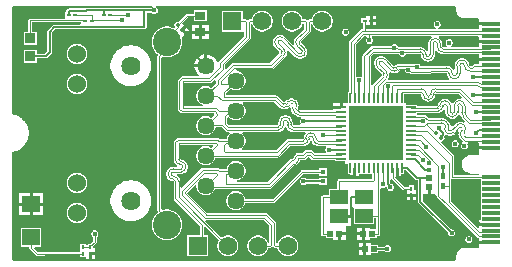
<source format=gtl>
G04*
G04 #@! TF.GenerationSoftware,Altium Limited,Altium Designer,22.7.1 (60)*
G04*
G04 Layer_Physical_Order=1*
G04 Layer_Color=255*
%FSLAX44Y44*%
%MOMM*%
G71*
G04*
G04 #@! TF.SameCoordinates,2F50B947-C67E-4D0A-9455-C6AB2E86B346*
G04*
G04*
G04 #@! TF.FilePolarity,Positive*
G04*
G01*
G75*
%ADD12C,0.2000*%
%ADD14R,0.4500X0.4500*%
%ADD15R,0.9000X0.7000*%
%ADD17R,1.5000X1.4000*%
%ADD18R,0.3500X0.2500*%
%ADD19R,0.9500X0.9000*%
%ADD20R,0.2500X0.3500*%
%ADD21R,0.4000X0.6250*%
%ADD22R,0.5200X0.5600*%
%ADD23R,0.5800X0.5400*%
%ADD24R,0.8500X0.2000*%
%ADD25R,0.2000X0.8500*%
%ADD26R,4.6500X4.6500*%
%ADD27R,0.5600X0.5200*%
%ADD28R,1.5000X1.2000*%
%ADD29R,1.5000X0.3500*%
%ADD50R,1.5700X1.5700*%
%ADD51C,1.5700*%
%ADD54C,0.1101*%
%ADD55C,0.1101*%
G04:AMPARAMS|DCode=56|XSize=0.25mm|YSize=0.35mm|CornerRadius=0mm|HoleSize=0mm|Usage=FLASHONLY|Rotation=45.000|XOffset=0mm|YOffset=0mm|HoleType=Round|Shape=Rectangle|*
%AMROTATEDRECTD56*
4,1,4,0.0354,-0.2121,-0.2121,0.0354,-0.0354,0.2121,0.2121,-0.0354,0.0354,-0.2121,0.0*
%
%ADD56ROTATEDRECTD56*%

%ADD57C,0.1250*%
%ADD58C,0.1720*%
%ADD59C,0.1717*%
%ADD60C,1.6250*%
%ADD61C,2.4000*%
%ADD62C,1.5300*%
%ADD63C,1.4460*%
%ADD64C,0.4000*%
%ADD65C,1.2700*%
G36*
X246461Y225108D02*
Y198198D01*
X247015Y197822D01*
X247731Y197587D01*
X248216Y197868D01*
X248979Y198072D01*
X249769D01*
X250532Y197868D01*
X250735Y197750D01*
X251943Y198341D01*
X252005Y198416D01*
Y214985D01*
X252125Y215590D01*
X252468Y216103D01*
X259723Y223358D01*
X260236Y223701D01*
X260841Y223821D01*
X276660D01*
X276811Y224082D01*
X277369Y224641D01*
X278053Y225036D01*
X278817Y225240D01*
X279606D01*
X280369Y225036D01*
X281053Y224641D01*
X281612Y224082D01*
X282007Y223398D01*
X282055Y223219D01*
X282421Y223146D01*
X282818Y222881D01*
X301301D01*
X301316Y222878D01*
X302471Y222764D01*
X303597Y222423D01*
X304634Y221868D01*
X305543Y221122D01*
X306290Y220213D01*
X306511Y219798D01*
X307782Y220116D01*
Y225682D01*
X307785Y225697D01*
X307898Y226853D01*
X308240Y227978D01*
X308794Y229016D01*
X309540Y229925D01*
X310450Y230671D01*
X310783Y230849D01*
X310465Y232119D01*
X260455D01*
X260110Y231479D01*
X260004Y230849D01*
X260411Y230442D01*
X260805Y229758D01*
X261010Y228995D01*
Y228205D01*
X260805Y227442D01*
X260411Y226758D01*
X259852Y226199D01*
X259168Y225805D01*
X258405Y225600D01*
X257615D01*
X256852Y225805D01*
X256168Y226199D01*
X255609Y226758D01*
X255215Y227442D01*
X255010Y228205D01*
Y228995D01*
X255215Y229758D01*
X255609Y230442D01*
X256017Y230849D01*
X255910Y231479D01*
X255565Y232119D01*
X253472D01*
X246461Y225108D01*
D02*
G37*
G36*
X-44381Y256531D02*
Y165879D01*
X-41958Y165397D01*
X-41773Y165320D01*
X-41576Y165281D01*
X-39040Y164231D01*
X-38873Y164119D01*
X-38688Y164042D01*
X-36406Y162518D01*
X-36264Y162376D01*
X-36096Y162264D01*
X-34156Y160323D01*
X-34044Y160156D01*
X-33902Y160014D01*
X-32378Y157732D01*
X-32301Y157547D01*
X-32189Y157380D01*
X-31139Y154844D01*
X-31100Y154647D01*
X-31023Y154462D01*
X-30487Y151770D01*
Y151619D01*
X-30451Y151472D01*
X-30383Y150100D01*
X-30398Y150000D01*
X-30383Y149900D01*
X-30451Y148528D01*
X-30487Y148381D01*
Y148230D01*
X-31023Y145538D01*
X-31100Y145353D01*
X-31139Y145156D01*
X-32189Y142620D01*
X-32301Y142453D01*
X-32377Y142268D01*
X-33902Y139986D01*
X-34044Y139844D01*
X-34156Y139677D01*
X-36096Y137736D01*
X-36263Y137624D01*
X-36405Y137482D01*
X-38687Y135957D01*
X-38873Y135881D01*
X-39040Y135769D01*
X-41575Y134719D01*
X-41772Y134680D01*
X-41958Y134603D01*
X-44381Y134121D01*
Y43345D01*
X-43075Y42039D01*
X330235D01*
X331541Y43345D01*
Y45750D01*
X331561Y45849D01*
X331551Y45950D01*
X331647Y46925D01*
X331734Y47212D01*
X331792Y47506D01*
X332539Y49308D01*
X332981Y49970D01*
X334360Y51349D01*
X335022Y51791D01*
X336824Y52538D01*
X337118Y52596D01*
X337405Y52683D01*
X338380Y52779D01*
X338481Y52769D01*
X338580Y52789D01*
X349944D01*
X351040Y53210D01*
Y56230D01*
X361080D01*
Y58770D01*
X351040D01*
Y60919D01*
X350960D01*
X350355Y61040D01*
X349842Y61382D01*
X342999Y68225D01*
X323060Y88164D01*
X323060Y88164D01*
X315312Y95912D01*
X314970Y96425D01*
X314849Y97030D01*
Y97815D01*
X313950Y98710D01*
X310080D01*
Y104050D01*
X307540D01*
Y98710D01*
X303670D01*
X303086Y97682D01*
Y92733D01*
X327288Y68532D01*
X328001D01*
X328764Y68327D01*
X329448Y67933D01*
X330007Y67374D01*
X330401Y66690D01*
X330606Y65927D01*
Y65137D01*
X330401Y64374D01*
X330007Y63690D01*
X329448Y63131D01*
X328764Y62737D01*
X328001Y62532D01*
X327211D01*
X326448Y62737D01*
X325764Y63131D01*
X325205Y63690D01*
X324810Y64374D01*
X324606Y65137D01*
Y65850D01*
X299849Y90607D01*
X299438Y91222D01*
X299294Y91948D01*
Y110014D01*
X298500D01*
X297774Y110158D01*
X297159Y110569D01*
X288974Y118754D01*
X287580D01*
Y115250D01*
X285120D01*
Y113710D01*
X282850D01*
Y120500D01*
X280310D01*
Y113205D01*
X279993Y112440D01*
X287696Y104737D01*
X291320D01*
Y105830D01*
X295820D01*
Y101870D01*
X297360D01*
Y98850D01*
X289780D01*
Y101423D01*
X287010D01*
X286376Y101549D01*
X285839Y101908D01*
X276783Y110963D01*
X276746Y111019D01*
X275476Y110633D01*
Y107753D01*
X276089Y107140D01*
X276185D01*
X276948Y106936D01*
X277632Y106541D01*
X278191Y105982D01*
X278585Y105298D01*
X278790Y104535D01*
Y103745D01*
X278585Y102982D01*
X278191Y102298D01*
X277632Y101739D01*
X276948Y101344D01*
X276185Y101140D01*
X275395D01*
X274632Y101344D01*
X273948Y101739D01*
X273389Y102298D01*
X272994Y102982D01*
X272790Y103745D01*
Y104064D01*
X271520Y104517D01*
X271282Y104279D01*
X270598Y103884D01*
X269835Y103680D01*
X269045D01*
X268507Y103824D01*
X267784Y103473D01*
X267237Y103021D01*
Y80010D01*
Y64770D01*
X267111Y64136D01*
X266751Y63598D01*
X266214Y63239D01*
X265580Y63113D01*
X264540D01*
Y61070D01*
X258280D01*
Y59530D01*
X254110D01*
Y64770D01*
Y70010D01*
X258280D01*
Y68470D01*
X263923D01*
Y78353D01*
X261770D01*
Y72630D01*
X244770D01*
Y85820D01*
X244770Y86630D01*
X243690Y87090D01*
X243230Y87090D01*
X242310Y86245D01*
Y80900D01*
X232270D01*
Y78360D01*
X242310D01*
Y71090D01*
X238599D01*
X238140Y70010D01*
X238140Y69820D01*
Y66040D01*
X232700D01*
Y64770D01*
X231430D01*
Y59530D01*
X227260D01*
Y61070D01*
X221000D01*
Y63113D01*
X218640D01*
X218006Y63239D01*
X217468Y63598D01*
X217109Y64136D01*
X216983Y64770D01*
Y95630D01*
X217109Y96264D01*
X217468Y96802D01*
X218006Y97161D01*
X218640Y97287D01*
X223770D01*
Y102630D01*
X230613D01*
Y109220D01*
X230739Y109854D01*
X231098Y110392D01*
X231636Y110751D01*
X232270Y110877D01*
X260163D01*
Y115250D01*
X256850D01*
X255580Y115250D01*
Y115250D01*
X255580D01*
Y115250D01*
X249120D01*
Y113710D01*
X246850D01*
Y120500D01*
X244310D01*
Y113710D01*
X242040D01*
Y115250D01*
X239580D01*
Y124210D01*
X237790D01*
Y126000D01*
X228830D01*
Y127119D01*
X210422D01*
X209817Y127239D01*
X209304Y127582D01*
X207255Y129631D01*
X205969D01*
X203920Y127582D01*
X203407Y127239D01*
X202802Y127119D01*
X199476D01*
X199448Y126978D01*
X199105Y126465D01*
X195786Y123146D01*
X195273Y122803D01*
X194668Y122683D01*
X194206D01*
X176667Y105144D01*
X176667Y105144D01*
X175739Y104216D01*
X175739Y104216D01*
X174893Y103371D01*
X174381Y103028D01*
X173776Y102907D01*
X127451D01*
X126873Y101512D01*
X125973Y100164D01*
X124826Y99017D01*
X123478Y98117D01*
X121981Y97496D01*
X120391Y97180D01*
X118769D01*
X117179Y97496D01*
X115682Y98117D01*
X114334Y99017D01*
X113187Y100164D01*
X112287Y101512D01*
X111666Y103009D01*
X111350Y104599D01*
Y105708D01*
X110090Y106244D01*
X103344Y99498D01*
X120235Y82606D01*
X170126D01*
X170731Y82486D01*
X171244Y82143D01*
X178640Y74747D01*
X178983Y74235D01*
X179103Y73630D01*
Y57119D01*
X180373Y56995D01*
X180412Y57192D01*
X181079Y58802D01*
X182048Y60251D01*
X183281Y61484D01*
X184730Y62453D01*
X186341Y63120D01*
X188050Y63460D01*
X189794D01*
X191504Y63120D01*
X193114Y62453D01*
X194564Y61484D01*
X195796Y60251D01*
X196765Y58802D01*
X197432Y57192D01*
X197772Y55482D01*
Y53738D01*
X197432Y52028D01*
X196765Y50418D01*
X195796Y48969D01*
X194564Y47736D01*
X193114Y46767D01*
X191504Y46100D01*
X189794Y45760D01*
X188050D01*
X186341Y46100D01*
X184730Y46767D01*
X183281Y47736D01*
X182048Y48969D01*
X181079Y50418D01*
X180412Y52028D01*
X180213Y53029D01*
X178167D01*
X177562Y53150D01*
X177109Y53452D01*
X176222Y54020D01*
X175395Y53492D01*
X174882Y53150D01*
X174277Y53029D01*
X172231D01*
X172032Y52028D01*
X171365Y50418D01*
X170396Y48969D01*
X169163Y47736D01*
X167714Y46767D01*
X166103Y46100D01*
X164394Y45760D01*
X162650D01*
X160940Y46100D01*
X159330Y46767D01*
X157880Y47736D01*
X156648Y48969D01*
X155679Y50418D01*
X155012Y52028D01*
X154672Y53738D01*
Y55482D01*
X155012Y57192D01*
X155679Y58802D01*
X156648Y60251D01*
X157880Y61484D01*
X159330Y62453D01*
X160940Y63120D01*
X162650Y63460D01*
X164394D01*
X166103Y63120D01*
X167714Y62453D01*
X169163Y61484D01*
X170396Y60251D01*
X171365Y58802D01*
X172032Y57192D01*
X172071Y56995D01*
X173341Y57119D01*
Y71898D01*
X168394Y76845D01*
X119411D01*
X118885Y75574D01*
X132777Y61682D01*
X133930Y62453D01*
X135541Y63120D01*
X137250Y63460D01*
X138994D01*
X140703Y63120D01*
X142314Y62453D01*
X143764Y61484D01*
X144996Y60251D01*
X145965Y58802D01*
X146632Y57192D01*
X146972Y55482D01*
Y53738D01*
X146632Y52028D01*
X145965Y50418D01*
X144996Y48969D01*
X143764Y47736D01*
X142314Y46767D01*
X140703Y46100D01*
X138994Y45760D01*
X137250D01*
X135541Y46100D01*
X133930Y46767D01*
X132480Y47736D01*
X131248Y48969D01*
X130279Y50418D01*
X129612Y52028D01*
X129272Y53738D01*
Y55482D01*
X129612Y57192D01*
X130279Y58802D01*
X130643Y59346D01*
X119225Y70764D01*
X118052Y70278D01*
Y63460D01*
X121572D01*
Y45760D01*
X103872D01*
Y63460D01*
X114890D01*
Y71420D01*
X92748Y93563D01*
X92405Y94076D01*
X92285Y94681D01*
Y101031D01*
Y109123D01*
X92283D01*
X92214Y109292D01*
X92045Y109361D01*
Y109363D01*
X92045D01*
X92030Y109366D01*
X90874Y109480D01*
X89749Y109821D01*
X88712Y110375D01*
X87802Y111122D01*
X87056Y112031D01*
X86502Y113068D01*
X86160Y114194D01*
X86045Y115364D01*
X86160Y116535D01*
X86502Y117660D01*
X87056Y118698D01*
X87802Y119607D01*
X88712Y120353D01*
X89749Y120907D01*
X90874Y121249D01*
X92030Y121363D01*
X92045Y121366D01*
X95050D01*
X95368Y122636D01*
X94953Y122858D01*
X94044Y123604D01*
X93298Y124513D01*
X92743Y125550D01*
X92402Y126676D01*
X92288Y127831D01*
X92285Y127846D01*
Y142358D01*
X92405Y142963D01*
X92748Y143476D01*
X94916Y145644D01*
X95429Y145986D01*
X96033Y146107D01*
X129383D01*
X129988Y145986D01*
X130501Y145644D01*
X131538Y144606D01*
X136807D01*
X137066Y145911D01*
X137687Y147408D01*
X138587Y148756D01*
X139680Y149849D01*
X139666Y150078D01*
X139268Y151119D01*
X137447D01*
X136842Y151239D01*
X136329Y151582D01*
X132797Y155114D01*
X127753D01*
X127494Y153809D01*
X126873Y152312D01*
X125973Y150964D01*
X124826Y149817D01*
X123478Y148917D01*
X121981Y148296D01*
X120391Y147980D01*
X118769D01*
X117179Y148296D01*
X115682Y148917D01*
X114334Y149817D01*
X113187Y150964D01*
X112287Y152312D01*
X111666Y153809D01*
X111350Y155399D01*
Y157021D01*
X111666Y158611D01*
X112287Y160108D01*
X113187Y161456D01*
X114334Y162603D01*
X115682Y163503D01*
X117179Y164124D01*
X118769Y164440D01*
X120391D01*
X121981Y164124D01*
X123478Y163503D01*
X124173Y163039D01*
X126630Y165496D01*
Y165895D01*
X126160Y166821D01*
X99396D01*
X98791Y166942D01*
X98278Y167284D01*
X96110Y169452D01*
X95768Y169965D01*
X95647Y170570D01*
Y194235D01*
X95768Y194839D01*
X96110Y195352D01*
X98278Y197520D01*
X98791Y197863D01*
X99396Y197983D01*
X113218D01*
X113603Y199253D01*
X113352Y199421D01*
X111991Y200782D01*
X110922Y202382D01*
X110185Y204160D01*
X109871Y205740D01*
X119580D01*
Y207010D01*
X120850D01*
Y216719D01*
X122430Y216404D01*
X124208Y215668D01*
X125808Y214599D01*
X127169Y213238D01*
X128238Y211638D01*
X128701Y210520D01*
X129126Y210415D01*
X130092Y210480D01*
X130146Y210562D01*
X148786Y229202D01*
X148787Y229202D01*
X151751Y232166D01*
Y235280D01*
X150782Y236006D01*
X133082D01*
Y253706D01*
X150782D01*
Y246437D01*
X152687D01*
X153292Y246316D01*
X153805Y245974D01*
X154632Y245446D01*
X155519Y246014D01*
X155972Y246316D01*
X156577Y246437D01*
X158623D01*
X158822Y247437D01*
X159489Y249048D01*
X160458Y250497D01*
X161691Y251730D01*
X163140Y252699D01*
X164750Y253366D01*
X166460Y253706D01*
X168204D01*
X169914Y253366D01*
X171524Y252699D01*
X172973Y251730D01*
X174206Y250497D01*
X175175Y249048D01*
X175842Y247437D01*
X176182Y245728D01*
Y243984D01*
X175842Y242274D01*
X175175Y240664D01*
X174206Y239214D01*
X172973Y237982D01*
X171524Y237013D01*
X169914Y236346D01*
X168204Y236006D01*
X166460D01*
X164750Y236346D01*
X163140Y237013D01*
X161691Y237982D01*
X160458Y239214D01*
X159489Y240664D01*
X158822Y242274D01*
X158783Y242472D01*
X157513Y242346D01*
Y230434D01*
X157393Y229830D01*
X157050Y229317D01*
X152861Y225128D01*
X135445Y207712D01*
Y205044D01*
X136708Y204511D01*
X141402Y209204D01*
X141915Y209547D01*
X142520Y209667D01*
X169075D01*
X169075Y209667D01*
X174104D01*
X181875Y217439D01*
X181875Y219095D01*
X178894Y222076D01*
X177996Y222974D01*
X177996Y222974D01*
X177996Y222974D01*
X177987Y222987D01*
X177251Y223885D01*
X176696Y224922D01*
X176355Y226047D01*
X176239Y227218D01*
X176355Y228388D01*
X176696Y229514D01*
X177228Y230509D01*
X177251Y230551D01*
X177996Y231462D01*
X178906Y232207D01*
X178948Y232229D01*
X179943Y232761D01*
X181069Y233102D01*
X182239Y233218D01*
X183410Y233102D01*
X184535Y232761D01*
X185573Y232207D01*
X186470Y231470D01*
X186483Y231462D01*
X193146Y224799D01*
X194269Y225472D01*
X194132Y225922D01*
X194017Y227093D01*
X194132Y228263D01*
X194474Y229389D01*
X195028Y230426D01*
X195765Y231324D01*
X195773Y231336D01*
Y231336D01*
X195773Y231336D01*
X201495Y237058D01*
X201495Y237058D01*
X202551Y238114D01*
Y242346D01*
X201281Y242472D01*
X201242Y242274D01*
X200575Y240664D01*
X199606Y239214D01*
X198374Y237982D01*
X196924Y237013D01*
X195313Y236346D01*
X193604Y236006D01*
X191860D01*
X190151Y236346D01*
X188540Y237013D01*
X187090Y237982D01*
X185858Y239214D01*
X184889Y240664D01*
X184222Y242274D01*
X183882Y243984D01*
Y245728D01*
X184222Y247437D01*
X184889Y249048D01*
X185858Y250497D01*
X187090Y251730D01*
X188540Y252699D01*
X190151Y253366D01*
X191860Y253706D01*
X193604D01*
X195313Y253366D01*
X196924Y252699D01*
X198374Y251730D01*
X199606Y250497D01*
X200575Y249048D01*
X201242Y247437D01*
X201441Y246437D01*
X203487D01*
X204092Y246316D01*
X204605Y245974D01*
X205432Y245446D01*
X206319Y246014D01*
X206772Y246316D01*
X207377Y246437D01*
X209423D01*
X209622Y247437D01*
X210289Y249048D01*
X211258Y250497D01*
X212491Y251730D01*
X213940Y252699D01*
X215550Y253366D01*
X217260Y253706D01*
X219004D01*
X220714Y253366D01*
X222324Y252699D01*
X223773Y251730D01*
X225006Y250497D01*
X225975Y249048D01*
X226642Y247437D01*
X226982Y245728D01*
Y243984D01*
X226642Y242274D01*
X225975Y240664D01*
X225006Y239214D01*
X223773Y237982D01*
X222324Y237013D01*
X220714Y236346D01*
X219004Y236006D01*
X217260D01*
X215550Y236346D01*
X213940Y237013D01*
X212491Y237982D01*
X211258Y239214D01*
X210289Y240664D01*
X209622Y242274D01*
X209583Y242472D01*
X208313Y242346D01*
Y236383D01*
X208193Y235778D01*
X207850Y235265D01*
X205569Y232984D01*
X205569Y232984D01*
X200506Y227921D01*
X199848Y226925D01*
X199848Y226924D01*
X199847Y226923D01*
X199847Y226923D01*
X203521Y223250D01*
X203529Y223237D01*
X204266Y222340D01*
X204820Y221302D01*
X205162Y220177D01*
X205277Y219006D01*
X205162Y217836D01*
X204820Y216710D01*
X204297Y215732D01*
X204266Y215673D01*
X203531Y214775D01*
X203526Y214768D01*
X203522Y214765D01*
X203521Y214764D01*
X203521Y214763D01*
X203521Y214763D01*
X203521Y214763D01*
X203520Y214762D01*
X203520Y214762D01*
X203520Y214762D01*
X203519Y214761D01*
X203515Y214758D01*
X203508Y214753D01*
X202610Y214018D01*
X202553Y213987D01*
X201573Y213463D01*
X200448Y213122D01*
X199277Y213006D01*
X198106Y213122D01*
X196981Y213463D01*
X195985Y213995D01*
X195944Y214018D01*
X195033Y214763D01*
X194137Y215660D01*
X189235Y220561D01*
X188112Y219888D01*
X188249Y219437D01*
X188364Y218267D01*
X188249Y217096D01*
X187908Y215971D01*
X187353Y214933D01*
X186609Y214027D01*
X186604Y214019D01*
X176953Y204368D01*
X176441Y204026D01*
X175836Y203905D01*
X175836Y203905D01*
X169075D01*
X169075Y203905D01*
X145482D01*
X145419Y203810D01*
X145599Y203195D01*
X146065Y202485D01*
X147381Y202224D01*
X148878Y201603D01*
X150226Y200703D01*
X151373Y199556D01*
X152273Y198208D01*
X152894Y196711D01*
X153210Y195121D01*
Y193499D01*
X152894Y191909D01*
X152273Y190412D01*
X151373Y189064D01*
X150226Y187917D01*
X148878Y187017D01*
X147381Y186396D01*
X145791Y186080D01*
X144169D01*
X142579Y186396D01*
X141082Y187017D01*
X140386Y187481D01*
X136909Y184003D01*
Y181871D01*
X179362D01*
X179967Y181751D01*
X180480Y181409D01*
X184955Y176933D01*
X185195Y176694D01*
X186850Y176694D01*
X186889Y176733D01*
X187850Y177693D01*
X187850Y177693D01*
X187850Y177693D01*
X187862Y177702D01*
X188760Y178438D01*
X189797Y178993D01*
X190923Y179334D01*
X192094Y179450D01*
X193264Y179334D01*
X194390Y178993D01*
X195427Y178438D01*
X196325Y177702D01*
X196337Y177693D01*
X196346Y177681D01*
X197082Y176783D01*
X197637Y175746D01*
X197978Y174620D01*
X198093Y173449D01*
X197978Y172279D01*
X197637Y171154D01*
X197436Y170777D01*
X197833Y170183D01*
X198636Y169646D01*
X198967Y169581D01*
X227290D01*
Y170730D01*
X234080D01*
Y172000D01*
X235350D01*
Y175540D01*
X237790D01*
Y175790D01*
X239580D01*
Y184750D01*
X240699D01*
Y226840D01*
X240819Y227445D01*
X241162Y227957D01*
X250623Y237418D01*
X251135Y237761D01*
X251740Y237881D01*
X252409D01*
Y242860D01*
X251240D01*
Y247360D01*
X255200D01*
Y248900D01*
X258220D01*
Y245110D01*
Y241320D01*
X255571D01*
Y237881D01*
X314520D01*
X314687Y239151D01*
X314256Y239266D01*
X313572Y239661D01*
X313013Y240220D01*
X312619Y240904D01*
X312414Y241667D01*
Y242457D01*
X312619Y243220D01*
X313013Y243904D01*
X313572Y244463D01*
X314256Y244858D01*
X315019Y245062D01*
X315809D01*
X316572Y244858D01*
X317256Y244463D01*
X317815Y243904D01*
X318209Y243220D01*
X318414Y242457D01*
Y241667D01*
X318209Y240904D01*
X317815Y240220D01*
X317256Y239661D01*
X316572Y239266D01*
X316141Y239151D01*
X316308Y237881D01*
X349906D01*
X351040Y238210D01*
Y241230D01*
X361080D01*
Y243770D01*
X351040D01*
Y246790D01*
X349944Y247211D01*
X338580D01*
X338481Y247230D01*
X338380Y247221D01*
X337405Y247317D01*
X337118Y247404D01*
X336824Y247462D01*
X335022Y248209D01*
X335022Y248209D01*
X334360Y248651D01*
X334360Y248651D01*
X332981Y250030D01*
X332981Y250030D01*
X332539Y250692D01*
X331792Y252494D01*
X331734Y252788D01*
X331647Y253075D01*
X331551Y254050D01*
X331561Y254150D01*
X331541Y254250D01*
Y256337D01*
X330178Y257836D01*
X77674D01*
X77089Y256687D01*
X77127Y256566D01*
X77734Y256216D01*
X78293Y255657D01*
X78688Y254973D01*
X78892Y254210D01*
Y253420D01*
X78688Y252657D01*
X78293Y251973D01*
X77734Y251414D01*
X77050Y251019D01*
X76287Y250815D01*
X75497D01*
X74734Y251019D01*
X74050Y251414D01*
X73546Y251919D01*
X69406D01*
Y240030D01*
X69262Y239304D01*
X68851Y238689D01*
X68236Y238278D01*
X67510Y238134D01*
X-7904D01*
X-10858Y235180D01*
Y218440D01*
X-11002Y217714D01*
X-11413Y217099D01*
X-14595Y213917D01*
X-15210Y213506D01*
X-15936Y213361D01*
X-23260D01*
Y209758D01*
X-34760D01*
Y220758D01*
X-23260D01*
Y217154D01*
X-16722D01*
X-14650Y219226D01*
Y235966D01*
X-14506Y236692D01*
X-14095Y237307D01*
X-10031Y241371D01*
X-9416Y241782D01*
X-8690Y241926D01*
X13235D01*
X14086Y243142D01*
X13905Y243549D01*
X13707Y243707D01*
X-27353D01*
Y235758D01*
X-23260D01*
Y224758D01*
X-34760D01*
Y235758D01*
X-30667D01*
Y245364D01*
X-30541Y245998D01*
X-30182Y246535D01*
X-29644Y246895D01*
X-29010Y247021D01*
X-452D01*
X542Y247686D01*
X542Y248291D01*
Y252186D01*
X1396D01*
Y253746D01*
X1540Y254472D01*
X1951Y255087D01*
X2566Y255498D01*
X3292Y255642D01*
X17923D01*
X18270Y255711D01*
X73546D01*
X74050Y256216D01*
X74657Y256566D01*
X74695Y256687D01*
X74110Y257836D01*
X-43075D01*
X-44381Y256531D01*
D02*
G37*
G36*
X316783Y230849D02*
X317116Y230671D01*
X318026Y229925D01*
X318772Y229016D01*
X319326Y227978D01*
X319668Y226853D01*
X319781Y225697D01*
X319784Y225682D01*
Y223121D01*
X319786D01*
X319856Y222952D01*
X320024Y222882D01*
Y222881D01*
X323420D01*
X323760Y224151D01*
X323732Y224167D01*
X323173Y224726D01*
X322779Y225410D01*
X322574Y226173D01*
Y226963D01*
X322779Y227726D01*
X323173Y228410D01*
X323732Y228969D01*
X324416Y229363D01*
X325179Y229568D01*
X325969D01*
X326732Y229363D01*
X327416Y228969D01*
X327975Y228410D01*
X328369Y227726D01*
X328574Y226963D01*
Y226173D01*
X328369Y225410D01*
X327975Y224726D01*
X327416Y224167D01*
X327388Y224151D01*
X327728Y222881D01*
X349906D01*
X351040Y223210D01*
Y226230D01*
X361080D01*
Y228770D01*
X351040D01*
Y231790D01*
X349906Y232119D01*
X317101D01*
X316783Y230849D01*
D02*
G37*
G36*
X283480Y202548D02*
X283473Y202543D01*
X282566Y201799D01*
X281529Y201244D01*
X280403Y200903D01*
X279233Y200787D01*
X278062Y200903D01*
X276937Y201244D01*
X275899Y201799D01*
X275669Y201987D01*
X274566Y201250D01*
X274737Y200686D01*
X274852Y199515D01*
X274737Y198345D01*
X274395Y197219D01*
X273958Y196401D01*
X274215Y195678D01*
X274621Y195131D01*
X324915D01*
X325289Y195758D01*
X325436Y196401D01*
X324792Y197185D01*
X324211Y198272D01*
X323854Y199450D01*
X323733Y200675D01*
X323733Y200676D01*
Y200676D01*
X323731D01*
X323661Y200845D01*
X323493Y200914D01*
Y200916D01*
X312918D01*
X312901Y200919D01*
X310550D01*
X310443Y200812D01*
X309930Y200470D01*
X309326Y200349D01*
X293405D01*
X292800Y200470D01*
X292311Y200796D01*
X292188Y200725D01*
X291425Y200520D01*
X290635D01*
X289872Y200725D01*
X289188Y201120D01*
X288629Y201678D01*
X288235Y202362D01*
X288061Y203008D01*
X284048D01*
X284048Y203008D01*
X283941D01*
X283480Y202548D01*
D02*
G37*
G36*
X313543Y219884D02*
Y216597D01*
X313540Y216581D01*
X313427Y215426D01*
X313085Y214300D01*
X312531Y213263D01*
X311784Y212354D01*
X310875Y211608D01*
X309838Y211053D01*
X308712Y210712D01*
X307542Y210597D01*
X306371Y210712D01*
X305246Y211053D01*
X304209Y211608D01*
X303299Y212354D01*
X302553Y213263D01*
X301999Y214300D01*
X301657Y215426D01*
X301543Y216581D01*
X301540Y216597D01*
Y216880D01*
X301539D01*
X301469Y217048D01*
X301301Y217118D01*
Y217119D01*
X288887D01*
X288745Y216592D01*
X288351Y215908D01*
X287792Y215349D01*
X287108Y214954D01*
X286345Y214750D01*
X285555D01*
X284792Y214954D01*
X284108Y215349D01*
X283549Y215908D01*
X283155Y216592D01*
X283083Y216859D01*
X261373D01*
X259161Y214647D01*
Y191125D01*
X260431Y190739D01*
X260462Y190787D01*
X262776Y193100D01*
X262776Y193100D01*
X268363Y198688D01*
X268363Y200343D01*
X264589Y204117D01*
X263691Y205015D01*
X263691Y205015D01*
X263691Y205015D01*
X263683Y205028D01*
X262946Y205925D01*
X262392Y206963D01*
X262050Y208088D01*
X261935Y209259D01*
X262050Y210429D01*
X262392Y211555D01*
X262924Y212550D01*
X262946Y212592D01*
X263691Y213502D01*
X264602Y214248D01*
X264644Y214270D01*
X265639Y214802D01*
X266764Y215143D01*
X267935Y215259D01*
X269105Y215143D01*
X270231Y214802D01*
X271268Y214247D01*
X272166Y213511D01*
X272179Y213502D01*
X278405Y207276D01*
X278974Y207162D01*
X280061Y207276D01*
X280711Y207926D01*
X280711Y207927D01*
X281091Y208307D01*
X281604Y208650D01*
X282209Y208770D01*
X295930D01*
X296535Y208650D01*
X297048Y208307D01*
X297066Y208290D01*
X297492Y208535D01*
X298255Y208740D01*
X299045D01*
X299808Y208535D01*
X300492Y208141D01*
X301051Y207582D01*
X301446Y206898D01*
X301506Y206674D01*
X307451D01*
X307692Y206835D01*
X308297Y206956D01*
X312901D01*
X312918Y206959D01*
X323493D01*
X323494Y206959D01*
X324719Y206838D01*
X325897Y206481D01*
X326984Y205900D01*
X327936Y205119D01*
X328717Y204167D01*
X328985Y203665D01*
X330255Y203983D01*
Y207199D01*
X330256Y207200D01*
X330376Y208425D01*
X330734Y209603D01*
X331314Y210690D01*
X332096Y211642D01*
X333048Y212423D01*
X334134Y213004D01*
X335312Y213361D01*
X336538Y213482D01*
X337764Y213361D01*
X338943Y213004D01*
X340029Y212423D01*
X340981Y211642D01*
X341762Y210690D01*
X342343Y209603D01*
X342700Y208425D01*
X342748Y207937D01*
X343415Y206963D01*
X344636D01*
X345373Y207699D01*
X345886Y208042D01*
X346491Y208162D01*
X349790D01*
X351040Y208210D01*
Y211230D01*
X361080D01*
Y213770D01*
X351040D01*
Y216790D01*
X349906Y217119D01*
X320024D01*
X320009Y217122D01*
X318853Y217236D01*
X317728Y217577D01*
X316691Y218132D01*
X315781Y218878D01*
X315035Y219787D01*
X314813Y220202D01*
X313543Y219884D01*
D02*
G37*
G36*
X298094Y183525D02*
X287580D01*
Y175790D01*
X289370D01*
Y174000D01*
X298330D01*
Y172881D01*
X301199D01*
X301199Y172881D01*
X315744D01*
Y172882D01*
X315912Y172952D01*
X315982Y173120D01*
X315984D01*
Y173121D01*
X315986Y173136D01*
X316100Y174291D01*
X316442Y175417D01*
X316996Y176454D01*
X317742Y177363D01*
X318652Y178109D01*
X319689Y178664D01*
X320814Y179005D01*
X321970Y179119D01*
X321985Y179122D01*
X322000Y179119D01*
X323156Y179005D01*
X324281Y178664D01*
X325318Y178109D01*
X326228Y177363D01*
X326974Y176454D01*
X327528Y175417D01*
X327546Y175358D01*
X328873D01*
X328924Y175525D01*
X329478Y176562D01*
X330224Y177471D01*
X331134Y178217D01*
X332171Y178772D01*
X333297Y179113D01*
X334452Y179227D01*
X334467Y179230D01*
X334482Y179227D01*
X335598Y179117D01*
X335677Y179186D01*
X336259Y180252D01*
X333685Y182826D01*
X333685Y182826D01*
X332986Y183525D01*
X314229D01*
Y183523D01*
X314060Y183454D01*
X313991Y183285D01*
X313989D01*
Y182748D01*
X313986Y182733D01*
X313872Y181577D01*
X313531Y180452D01*
X312976Y179414D01*
X312230Y178505D01*
X311321Y177759D01*
X310284Y177205D01*
X309158Y176863D01*
X308003Y176749D01*
X307988Y176746D01*
X307973Y176749D01*
X306817Y176863D01*
X305692Y177205D01*
X304654Y177759D01*
X303745Y178505D01*
X302999Y179414D01*
X302444Y180452D01*
X302103Y181577D01*
X301989Y182733D01*
X301986Y182748D01*
Y183285D01*
X301985D01*
X301915Y183454D01*
X301747Y183523D01*
Y183525D01*
X298094D01*
X298094Y183525D01*
D02*
G37*
G36*
X124257Y192684D02*
X123744Y192342D01*
X123139Y192221D01*
X101409D01*
Y172583D01*
X116548D01*
X116800Y173853D01*
X115682Y174317D01*
X114334Y175217D01*
X113187Y176364D01*
X112287Y177712D01*
X111666Y179209D01*
X111350Y180799D01*
Y182421D01*
X111666Y184011D01*
X112287Y185508D01*
X113187Y186856D01*
X114334Y188003D01*
X115682Y188903D01*
X117179Y189524D01*
X118769Y189840D01*
X120391D01*
X121981Y189524D01*
X123478Y188903D01*
X124173Y188439D01*
X127879Y192144D01*
Y194510D01*
X126616Y195044D01*
X124257Y192684D01*
D02*
G37*
G36*
X150689Y174840D02*
X151373Y174156D01*
X152273Y172808D01*
X152894Y171311D01*
X153210Y169721D01*
Y168099D01*
X152894Y166509D01*
X152273Y165012D01*
X151373Y163664D01*
X150226Y162517D01*
X148878Y161617D01*
X147381Y160996D01*
X145791Y160680D01*
X144169D01*
X142579Y160996D01*
X141082Y161617D01*
X139734Y162517D01*
X138890Y163361D01*
X138561Y163433D01*
X137417Y162645D01*
Y158643D01*
X139178Y156881D01*
X180773D01*
Y156882D01*
X180941Y156952D01*
X181011Y157121D01*
X181013D01*
Y159156D01*
X181016Y159171D01*
X181129Y160326D01*
X181471Y161452D01*
X182025Y162489D01*
X182771Y163398D01*
X183681Y164145D01*
X184718Y164699D01*
X185844Y165040D01*
X187014Y165156D01*
X188185Y165040D01*
X189310Y164699D01*
X190347Y164145D01*
X191257Y163398D01*
X192003Y162489D01*
X192557Y161452D01*
X192899Y160326D01*
X193013Y159171D01*
X193016Y159156D01*
Y157121D01*
X193017D01*
X193087Y156952D01*
X193255Y156882D01*
Y156881D01*
X199230D01*
X199757Y158151D01*
X199729Y158178D01*
X199335Y158862D01*
X199130Y159625D01*
Y160415D01*
X199335Y161178D01*
X199729Y161862D01*
X200288Y162421D01*
X200510Y162549D01*
X200170Y163819D01*
X199265D01*
X198583Y163819D01*
X198582Y163819D01*
X198042Y163867D01*
X197979Y163873D01*
X196438Y164340D01*
X195017Y165100D01*
X193772Y166122D01*
X192750Y167367D01*
X191991Y168788D01*
X191726Y169661D01*
X191523Y170329D01*
X191469Y170876D01*
X191430Y171077D01*
X191439Y171125D01*
X191425Y171243D01*
X191437Y171336D01*
X190357Y171922D01*
X190235Y171938D01*
X189356Y171216D01*
X188319Y170661D01*
X187193Y170320D01*
X186022Y170205D01*
X184852Y170320D01*
X183726Y170661D01*
X182689Y171216D01*
X181791Y171952D01*
X181779Y171961D01*
X177630Y176110D01*
X151215D01*
X150689Y174840D01*
D02*
G37*
G36*
X320733Y169787D02*
X319986Y168878D01*
X319077Y168132D01*
X318040Y167577D01*
X316915Y167236D01*
X315759Y167122D01*
X315744Y167119D01*
X301199D01*
X301199Y167119D01*
X298330D01*
Y165581D01*
X304601D01*
X305206Y165460D01*
X305718Y165118D01*
X307955Y162881D01*
X318881D01*
X318885Y162884D01*
X318885Y162888D01*
X320468Y162732D01*
X322009Y162265D01*
X323430Y161505D01*
X324675Y160483D01*
X325697Y159238D01*
X326456Y157817D01*
X326783Y156742D01*
X326792Y156729D01*
X326866Y156468D01*
X326866Y156467D01*
X327200Y155984D01*
X328718Y155747D01*
X329972Y157002D01*
X331295Y158324D01*
X331755Y158632D01*
X331824Y158688D01*
X332861Y159243D01*
X333987Y159584D01*
X335158Y159699D01*
X336328Y159584D01*
X337454Y159243D01*
X338228Y158829D01*
X338993Y159860D01*
X338007Y160846D01*
X337105Y161735D01*
X337104Y161735D01*
X336082Y162980D01*
X335323Y164401D01*
X334970Y165565D01*
X334478Y165723D01*
X333752Y165738D01*
X333645Y165718D01*
X333215Y164914D01*
X332469Y164005D01*
X331559Y163259D01*
X330522Y162704D01*
X329397Y162363D01*
X328241Y162249D01*
X328226Y162246D01*
X328211Y162249D01*
X327056Y162363D01*
X325930Y162704D01*
X324893Y163259D01*
X323983Y164005D01*
X323237Y164914D01*
X322683Y165951D01*
X322341Y167077D01*
X322228Y168232D01*
X322225Y168247D01*
Y169884D01*
X320955Y170202D01*
X320733Y169787D01*
D02*
G37*
G36*
X330512Y149393D02*
X330499Y149384D01*
X329602Y148648D01*
X328564Y148093D01*
X327439Y147752D01*
X326268Y147637D01*
X325098Y147752D01*
X323972Y148093D01*
X323119Y148549D01*
X322393Y148367D01*
X321742Y148030D01*
X321721Y148001D01*
X321327Y147413D01*
X320677Y146763D01*
X321910Y145530D01*
X318728Y142348D01*
X319582Y141432D01*
X329562Y131452D01*
X329921Y130914D01*
X330047Y130280D01*
Y114157D01*
X351906D01*
X352007Y114650D01*
X350942Y115711D01*
X344580D01*
X344481Y115731D01*
X344380Y115721D01*
X343210Y115836D01*
X342923Y115923D01*
X342629Y115981D01*
X340466Y116877D01*
X339805Y117319D01*
X338149Y118975D01*
X337707Y119636D01*
X336811Y121799D01*
X336753Y122093D01*
X336666Y122380D01*
X336551Y123550D01*
X336570Y123750D01*
X336551Y123950D01*
X336666Y125120D01*
X336753Y125407D01*
X336811Y125701D01*
X337707Y127864D01*
X338149Y128525D01*
X339805Y130181D01*
X339805Y130181D01*
X340466Y130623D01*
X342629Y131519D01*
X342923Y131577D01*
X343210Y131664D01*
X344380Y131779D01*
X344481Y131770D01*
X344580Y131789D01*
X351033D01*
X351040Y133210D01*
Y136230D01*
X361080D01*
Y138770D01*
X351040D01*
Y141790D01*
X349906Y142119D01*
X341640D01*
X341253Y141529D01*
X341035Y140849D01*
X341324Y140350D01*
X341528Y139587D01*
Y138797D01*
X341324Y138034D01*
X340929Y137350D01*
X340370Y136791D01*
X339686Y136397D01*
X338923Y136192D01*
X338133D01*
X337370Y136397D01*
X336686Y136791D01*
X336127Y137350D01*
X335732Y138034D01*
X335528Y138797D01*
Y139587D01*
X335732Y140350D01*
X336127Y141034D01*
X336686Y141593D01*
X336767Y141639D01*
X337007Y143072D01*
X336976Y143164D01*
X336103Y144037D01*
X336094Y144046D01*
X335212Y144928D01*
X335212D01*
X335212Y144928D01*
X335212Y144928D01*
X335204Y144941D01*
X334467Y145838D01*
X333913Y146875D01*
X333571Y148001D01*
X333456Y149171D01*
X333571Y150342D01*
X333708Y150792D01*
X332585Y151466D01*
X330512Y149393D01*
D02*
G37*
G36*
X186316Y154824D02*
X185762Y153787D01*
X185016Y152878D01*
X184106Y152132D01*
X183069Y151577D01*
X181944Y151236D01*
X180788Y151122D01*
X180773Y151119D01*
X150692D01*
X150294Y150078D01*
X150280Y149849D01*
X151373Y148756D01*
X152273Y147408D01*
X152894Y145911D01*
X153210Y144321D01*
Y142699D01*
X152894Y141109D01*
X152273Y139612D01*
X151373Y138264D01*
X150226Y137117D01*
X150029Y136986D01*
X150415Y135716D01*
X179342D01*
X188044Y144418D01*
X188556Y144761D01*
X189161Y144881D01*
X202172D01*
Y144882D01*
X202340Y144952D01*
X202410Y145121D01*
X202412D01*
Y145787D01*
X202415Y145802D01*
X202528Y146958D01*
X202870Y148083D01*
X203424Y149121D01*
X204022Y149849D01*
X203859Y150533D01*
X203496Y151119D01*
X193255D01*
X193240Y151122D01*
X192085Y151236D01*
X190959Y151577D01*
X189922Y152132D01*
X189013Y152878D01*
X188266Y153787D01*
X187712Y154824D01*
X187678Y154937D01*
X186351D01*
X186316Y154824D01*
D02*
G37*
G36*
X207715Y142824D02*
X207161Y141787D01*
X206415Y140878D01*
X205506Y140132D01*
X204468Y139577D01*
X203343Y139236D01*
X202187Y139122D01*
X202172Y139119D01*
X190893D01*
X181467Y129692D01*
X180954Y129350D01*
X180349Y129229D01*
X127657D01*
X127494Y128409D01*
X126873Y126912D01*
X125973Y125564D01*
X124826Y124417D01*
X123478Y123517D01*
X121981Y122896D01*
X120391Y122580D01*
X118769D01*
X117179Y122896D01*
X115682Y123517D01*
X114334Y124417D01*
X113187Y125564D01*
X112287Y126912D01*
X111666Y128409D01*
X111350Y129999D01*
Y131621D01*
X111666Y133211D01*
X112287Y134708D01*
X113187Y136056D01*
X114334Y137203D01*
X115682Y138103D01*
X117179Y138724D01*
X118769Y139040D01*
X120391D01*
X121981Y138724D01*
X123478Y138103D01*
X124173Y137639D01*
X125706Y139171D01*
X125220Y140345D01*
X98047D01*
Y127846D01*
X98048D01*
X98118Y127678D01*
X98286Y127608D01*
Y127607D01*
X98287D01*
X98301Y127604D01*
X99457Y127490D01*
X100583Y127149D01*
X101620Y126594D01*
X102529Y125848D01*
X103275Y124939D01*
X103830Y123902D01*
X104171Y122776D01*
X104286Y121605D01*
X104171Y120435D01*
X103830Y119309D01*
X103275Y118272D01*
X102529Y117363D01*
X101620Y116617D01*
X100583Y116062D01*
X99457Y115721D01*
X98301Y115607D01*
X98287Y115604D01*
X95281D01*
X94963Y114334D01*
X95379Y114112D01*
X96288Y113366D01*
X97034Y112457D01*
X97588Y111419D01*
X97930Y110294D01*
X98044Y109138D01*
X98047Y109123D01*
Y104009D01*
X99220Y103522D01*
X115847Y120149D01*
X116360Y120492D01*
X116965Y120612D01*
X129477D01*
X130082Y120492D01*
X130595Y120149D01*
X131538Y119206D01*
X136807D01*
X137066Y120511D01*
X137687Y122008D01*
X138587Y123356D01*
X139734Y124503D01*
X141082Y125403D01*
X142579Y126024D01*
X144169Y126340D01*
X145791D01*
X147381Y126024D01*
X148878Y125403D01*
X150226Y124503D01*
X151373Y123356D01*
X152273Y122008D01*
X152894Y120511D01*
X153210Y118921D01*
Y117299D01*
X152894Y115709D01*
X152273Y114212D01*
X151373Y112864D01*
X150226Y111717D01*
X148878Y110817D01*
X147381Y110196D01*
X146089Y109939D01*
X146214Y108669D01*
X172044D01*
X172592Y109218D01*
X172593Y109218D01*
X191356Y127982D01*
X191869Y128324D01*
X192474Y128444D01*
X192936D01*
X193806Y129315D01*
Y129777D01*
X193927Y130382D01*
X194269Y130894D01*
X195793Y132418D01*
X196305Y132761D01*
X196910Y132881D01*
X201070D01*
X203147Y134958D01*
X203660Y135301D01*
X204265Y135421D01*
X208959D01*
X209564Y135301D01*
X210077Y134958D01*
X212154Y132881D01*
X220690D01*
X221142Y133718D01*
X221260Y134151D01*
X220924Y134732D01*
X220720Y135495D01*
Y136285D01*
X220924Y137048D01*
X221319Y137732D01*
X221437Y137849D01*
X220910Y139119D01*
X214654D01*
X214639Y139122D01*
X213484Y139236D01*
X212358Y139577D01*
X211321Y140132D01*
X210412Y140878D01*
X209665Y141787D01*
X209111Y142824D01*
X209077Y142937D01*
X207750D01*
X207715Y142824D01*
D02*
G37*
G36*
X327414Y110947D02*
X326901Y110583D01*
Y105100D01*
Y92472D01*
X327134Y92239D01*
X327134Y92238D01*
X347073Y72299D01*
X349867Y69506D01*
X351040Y69992D01*
Y71230D01*
X361080D01*
Y73770D01*
X351040D01*
Y76790D01*
X352580D01*
Y89750D01*
Y99750D01*
Y110843D01*
X329122D01*
X328488Y110969D01*
X328171Y111181D01*
X327414Y110947D01*
D02*
G37*
%LPC*%
G36*
X260760Y248900D02*
X263780D01*
Y246380D01*
X260760D01*
Y248900D01*
D02*
G37*
G36*
Y243840D02*
X263780D01*
Y241320D01*
X260760D01*
Y243840D01*
D02*
G37*
G36*
X107968Y241610D02*
X113738D01*
Y236840D01*
X107968D01*
Y241610D01*
D02*
G37*
G36*
X116278D02*
X122048D01*
Y236840D01*
X116278D01*
Y241610D01*
D02*
G37*
G36*
X103258Y239359D02*
X105394Y237224D01*
X103612Y235442D01*
X101477Y237577D01*
X103258Y239359D01*
D02*
G37*
G36*
X237549Y238458D02*
X238339D01*
X239102Y238253D01*
X239786Y237859D01*
X240345Y237300D01*
X240739Y236616D01*
X240944Y235853D01*
Y235063D01*
X240739Y234300D01*
X240345Y233616D01*
X239786Y233057D01*
X239102Y232663D01*
X238339Y232458D01*
X237549D01*
X236786Y232663D01*
X236102Y233057D01*
X235543Y233616D01*
X235149Y234300D01*
X234944Y235063D01*
Y235853D01*
X235149Y236616D01*
X235543Y237300D01*
X236102Y237859D01*
X236786Y238253D01*
X237549Y238458D01*
D02*
G37*
G36*
X107968Y234300D02*
X113738D01*
Y229530D01*
X107968D01*
Y234300D01*
D02*
G37*
G36*
X116278D02*
X122048D01*
Y229530D01*
X116278D01*
Y234300D01*
D02*
G37*
G36*
X9528Y225810D02*
X11232D01*
X12903Y225478D01*
X14477Y224825D01*
X15894Y223879D01*
X17099Y222674D01*
X18046Y221257D01*
X18698Y219683D01*
X19030Y218012D01*
Y216308D01*
X18698Y214637D01*
X18046Y213063D01*
X17099Y211646D01*
X15894Y210441D01*
X14477Y209494D01*
X12903Y208842D01*
X11232Y208510D01*
X9528D01*
X7857Y208842D01*
X6283Y209494D01*
X4866Y210441D01*
X3661Y211646D01*
X2714Y213063D01*
X2062Y214637D01*
X1730Y216308D01*
Y218012D01*
X2062Y219683D01*
X2714Y221257D01*
X3661Y222674D01*
X4866Y223879D01*
X6283Y224825D01*
X7857Y225478D01*
X9528Y225810D01*
D02*
G37*
G36*
X118310Y216719D02*
Y208280D01*
X109871D01*
X110185Y209860D01*
X110922Y211638D01*
X111991Y213238D01*
X113352Y214599D01*
X114952Y215668D01*
X116730Y216404D01*
X118310Y216719D01*
D02*
G37*
G36*
X54949Y224260D02*
X57211D01*
X59453Y223965D01*
X61637Y223380D01*
X63726Y222514D01*
X65684Y221384D01*
X67478Y220007D01*
X69077Y218408D01*
X70454Y216614D01*
X71584Y214656D01*
X72450Y212567D01*
X73035Y210382D01*
X73330Y208141D01*
Y205879D01*
X73035Y203638D01*
X72450Y201453D01*
X71584Y199364D01*
X70454Y197406D01*
X69077Y195612D01*
X67478Y194013D01*
X65684Y192636D01*
X63726Y191506D01*
X61637Y190640D01*
X59453Y190055D01*
X57211Y189760D01*
X54949D01*
X52708Y190055D01*
X50523Y190640D01*
X48434Y191506D01*
X46476Y192636D01*
X44682Y194013D01*
X43083Y195612D01*
X41706Y197406D01*
X40576Y199364D01*
X39710Y201453D01*
X39125Y203638D01*
X38830Y205879D01*
Y208141D01*
X39125Y210382D01*
X39710Y212567D01*
X40576Y214656D01*
X41706Y216614D01*
X43083Y218408D01*
X44682Y220007D01*
X46476Y221384D01*
X48434Y222514D01*
X50523Y223380D01*
X52708Y223965D01*
X54949Y224260D01*
D02*
G37*
G36*
X9528Y200410D02*
X11232D01*
X12903Y200078D01*
X14477Y199426D01*
X15894Y198479D01*
X17099Y197274D01*
X18046Y195857D01*
X18698Y194283D01*
X19030Y192612D01*
Y190908D01*
X18698Y189237D01*
X18046Y187663D01*
X17099Y186246D01*
X15894Y185041D01*
X14477Y184095D01*
X12903Y183442D01*
X11232Y183110D01*
X9528D01*
X7857Y183442D01*
X6283Y184095D01*
X4866Y185041D01*
X3661Y186246D01*
X2714Y187663D01*
X2062Y189237D01*
X1730Y190908D01*
Y192612D01*
X2062Y194283D01*
X2714Y195857D01*
X3661Y197274D01*
X4866Y198479D01*
X6283Y199426D01*
X7857Y200078D01*
X9528Y200410D01*
D02*
G37*
G36*
X227290Y175540D02*
X232810D01*
Y173270D01*
X227290D01*
Y175540D01*
D02*
G37*
G36*
X215390Y112280D02*
X221890D01*
Y105780D01*
X215390D01*
Y107229D01*
X204381D01*
X203972Y106819D01*
X203288Y106425D01*
X202525Y106220D01*
X201735D01*
X200972Y106425D01*
X200288Y106819D01*
X199729Y107378D01*
X199335Y108062D01*
X199130Y108825D01*
Y109615D01*
X199335Y110378D01*
X199729Y111062D01*
X200288Y111621D01*
X200972Y112015D01*
X201735Y112220D01*
X202525D01*
X203288Y112015D01*
X203972Y111621D01*
X204531Y111062D01*
X204554Y111021D01*
X215390D01*
Y112280D01*
D02*
G37*
G36*
X9528Y116610D02*
X11232D01*
X12903Y116278D01*
X14477Y115625D01*
X15894Y114679D01*
X17099Y113474D01*
X18046Y112057D01*
X18698Y110483D01*
X19030Y108812D01*
Y107108D01*
X18698Y105437D01*
X18046Y103863D01*
X17099Y102446D01*
X15894Y101241D01*
X14477Y100295D01*
X12903Y99642D01*
X11232Y99310D01*
X9528D01*
X7857Y99642D01*
X6283Y100295D01*
X4866Y101241D01*
X3661Y102446D01*
X2714Y103863D01*
X2062Y105437D01*
X1730Y107108D01*
Y108812D01*
X2062Y110483D01*
X2714Y112057D01*
X3661Y113474D01*
X4866Y114679D01*
X6283Y115625D01*
X7857Y116278D01*
X9528Y116610D01*
D02*
G37*
G36*
X289780Y96310D02*
X292300D01*
Y93290D01*
X289780D01*
Y96310D01*
D02*
G37*
G36*
X294840D02*
X297360D01*
Y93290D01*
X294840D01*
Y96310D01*
D02*
G37*
G36*
X-38288Y99486D02*
X-29518D01*
Y91216D01*
X-38288D01*
Y99486D01*
D02*
G37*
G36*
X-26978D02*
X-18208D01*
Y91216D01*
X-26978D01*
Y99486D01*
D02*
G37*
G36*
X109508Y254070D02*
X120508D01*
Y245070D01*
X109508D01*
Y247913D01*
X104581D01*
X99643Y242975D01*
X101462Y241155D01*
X98783Y238475D01*
X99681Y237577D01*
X98783Y236679D01*
X101816Y233646D01*
X100034Y231864D01*
X100034D01*
X99025Y231077D01*
X99260Y230354D01*
X99580Y228333D01*
Y226287D01*
X99260Y224266D01*
X98628Y222320D01*
X97699Y220497D01*
X96496Y218841D01*
X95049Y217394D01*
X93393Y216191D01*
X91570Y215262D01*
X89624Y214630D01*
X87603Y214310D01*
X85557D01*
X83536Y214630D01*
X82997Y214805D01*
X81867Y213911D01*
Y85849D01*
X83044Y84930D01*
X83536Y85090D01*
X85557Y85410D01*
X87603D01*
X89624Y85090D01*
X91570Y84458D01*
X93393Y83529D01*
X95049Y82326D01*
X96496Y80879D01*
X97699Y79223D01*
X98628Y77400D01*
X99260Y75454D01*
X99580Y73433D01*
Y71387D01*
X99260Y69366D01*
X98628Y67420D01*
X97699Y65596D01*
X96496Y63941D01*
X95049Y62494D01*
X93393Y61291D01*
X91570Y60362D01*
X89624Y59730D01*
X87603Y59410D01*
X85557D01*
X83536Y59730D01*
X81590Y60362D01*
X79767Y61291D01*
X78111Y62494D01*
X76664Y63941D01*
X75461Y65596D01*
X74532Y67420D01*
X73900Y69366D01*
X73580Y71387D01*
Y73433D01*
X73900Y75454D01*
X74532Y77400D01*
X75461Y79223D01*
X76664Y80879D01*
X78111Y82326D01*
X79014Y82982D01*
X79038Y83296D01*
X78679Y83833D01*
X78553Y84467D01*
Y215153D01*
X78679Y215787D01*
X79038Y216324D01*
X79005Y216744D01*
X78111Y217394D01*
X76664Y218841D01*
X75461Y220497D01*
X74532Y222320D01*
X73900Y224266D01*
X73580Y226287D01*
Y228333D01*
X73900Y230354D01*
X74532Y232300D01*
X75461Y234123D01*
X76664Y235779D01*
X78111Y237226D01*
X79767Y238429D01*
X81590Y239358D01*
X83536Y239990D01*
X85557Y240310D01*
X87603D01*
X89624Y239990D01*
X91570Y239358D01*
X92471Y238899D01*
X93825Y240252D01*
X92256Y241820D01*
X95438Y245002D01*
X96211Y244229D01*
X102723Y250742D01*
X103261Y251101D01*
X103895Y251227D01*
X109508D01*
Y254070D01*
D02*
G37*
G36*
X215390Y120280D02*
X221890D01*
Y113780D01*
X215390D01*
Y115373D01*
X201736D01*
X177901Y91538D01*
X177364Y91179D01*
X176730Y91053D01*
X153042D01*
X152894Y90309D01*
X152273Y88812D01*
X151373Y87464D01*
X150226Y86317D01*
X148878Y85417D01*
X147381Y84796D01*
X145791Y84480D01*
X144169D01*
X142579Y84796D01*
X141082Y85417D01*
X139734Y86317D01*
X138587Y87464D01*
X137687Y88812D01*
X137066Y90309D01*
X136750Y91899D01*
Y93521D01*
X137066Y95111D01*
X137687Y96608D01*
X138587Y97956D01*
X139734Y99103D01*
X141082Y100003D01*
X142579Y100624D01*
X144169Y100940D01*
X145791D01*
X147381Y100624D01*
X148878Y100003D01*
X150226Y99103D01*
X151373Y97956D01*
X152273Y96608D01*
X152894Y95111D01*
X153042Y94367D01*
X176044D01*
X199878Y118202D01*
X200416Y118561D01*
X201050Y118687D01*
X215390D01*
Y120280D01*
D02*
G37*
G36*
X-38288Y88676D02*
X-29518D01*
Y80406D01*
X-38288D01*
Y88676D01*
D02*
G37*
G36*
X-26978D02*
X-18208D01*
Y80406D01*
X-26978D01*
Y88676D01*
D02*
G37*
G36*
X54949Y109960D02*
X57211D01*
X59453Y109665D01*
X61637Y109080D01*
X63726Y108214D01*
X65684Y107084D01*
X67478Y105707D01*
X69077Y104108D01*
X70454Y102314D01*
X71584Y100356D01*
X72450Y98267D01*
X73035Y96082D01*
X73330Y93841D01*
Y91579D01*
X73035Y89338D01*
X72450Y87153D01*
X71584Y85064D01*
X70454Y83106D01*
X69077Y81312D01*
X67478Y79713D01*
X65684Y78336D01*
X63726Y77206D01*
X61637Y76340D01*
X59453Y75755D01*
X57211Y75460D01*
X54949D01*
X52708Y75755D01*
X50523Y76340D01*
X48434Y77206D01*
X46476Y78336D01*
X44682Y79713D01*
X43083Y81312D01*
X41706Y83106D01*
X40576Y85064D01*
X39710Y87153D01*
X39125Y89338D01*
X38830Y91579D01*
Y93841D01*
X39125Y96082D01*
X39710Y98267D01*
X40576Y100356D01*
X41706Y102314D01*
X43083Y104108D01*
X44682Y105707D01*
X46476Y107084D01*
X48434Y108214D01*
X50523Y109080D01*
X52708Y109665D01*
X54949Y109960D01*
D02*
G37*
G36*
X9528Y91210D02*
X11232D01*
X12903Y90878D01*
X14477Y90225D01*
X15894Y89279D01*
X17099Y88074D01*
X18046Y86657D01*
X18698Y85083D01*
X19030Y83412D01*
Y81708D01*
X18698Y80037D01*
X18046Y78463D01*
X17099Y77046D01*
X15894Y75841D01*
X14477Y74894D01*
X12903Y74242D01*
X11232Y73910D01*
X9528D01*
X7857Y74242D01*
X6283Y74894D01*
X4866Y75841D01*
X3661Y77046D01*
X2714Y78463D01*
X2062Y80037D01*
X1730Y81708D01*
Y83412D01*
X2062Y85083D01*
X2714Y86657D01*
X3661Y88074D01*
X4866Y89279D01*
X6283Y90225D01*
X7857Y90878D01*
X9528Y91210D01*
D02*
G37*
G36*
X247400Y70010D02*
X251570D01*
Y66040D01*
X247400D01*
Y70010D01*
D02*
G37*
G36*
X233970Y63500D02*
X238140D01*
Y59530D01*
X233970D01*
Y63500D01*
D02*
G37*
G36*
X247400D02*
X251570D01*
Y59530D01*
X247400D01*
Y63500D01*
D02*
G37*
G36*
X341943Y62944D02*
X342733D01*
X343496Y62740D01*
X344180Y62345D01*
X344739Y61786D01*
X345134Y61102D01*
X345338Y60339D01*
Y59549D01*
X345134Y58786D01*
X344739Y58102D01*
X344180Y57543D01*
X343496Y57148D01*
X342733Y56944D01*
X341943D01*
X341180Y57148D01*
X340496Y57543D01*
X339937Y58102D01*
X339543Y58786D01*
X339338Y59549D01*
Y60339D01*
X339543Y61102D01*
X339937Y61786D01*
X340496Y62345D01*
X341180Y62740D01*
X341943Y62944D01*
D02*
G37*
G36*
X255480Y57210D02*
X259550D01*
Y55670D01*
X265610D01*
Y53966D01*
X270904D01*
X271408Y54471D01*
X272092Y54865D01*
X272855Y55070D01*
X273645D01*
X274408Y54865D01*
X275092Y54471D01*
X275651Y53912D01*
X276045Y53228D01*
X276250Y52465D01*
Y51675D01*
X276045Y50912D01*
X275651Y50228D01*
X275092Y49669D01*
X274408Y49275D01*
X273645Y49070D01*
X272855D01*
X272092Y49275D01*
X271408Y49669D01*
X270904Y50174D01*
X265610D01*
Y48470D01*
X259550D01*
Y46930D01*
X255480D01*
Y52070D01*
Y57210D01*
D02*
G37*
G36*
X248870D02*
X252940D01*
Y53340D01*
X248870D01*
Y57210D01*
D02*
G37*
G36*
X-36748Y69946D02*
X-19748D01*
Y53946D01*
X-25223D01*
X-25749Y52676D01*
X-22736Y49663D01*
X-16995D01*
X-16774Y49707D01*
X12763D01*
X13190Y50800D01*
X13190Y52070D01*
Y56300D01*
X17690D01*
Y55207D01*
X19540D01*
Y56300D01*
X21697D01*
X23943Y58546D01*
Y62263D01*
X23758Y62369D01*
X23199Y62928D01*
X22805Y63612D01*
X22600Y64375D01*
Y65165D01*
X22805Y65928D01*
X23199Y66612D01*
X23758Y67171D01*
X24442Y67565D01*
X25205Y67770D01*
X25995D01*
X26758Y67565D01*
X27442Y67171D01*
X28001Y66612D01*
X28396Y65928D01*
X28600Y65165D01*
Y64375D01*
X28396Y63612D01*
X28001Y62928D01*
X27442Y62369D01*
X27257Y62263D01*
Y57860D01*
X27131Y57226D01*
X26772Y56688D01*
X24040Y53957D01*
Y52340D01*
X25580D01*
Y49320D01*
X21790D01*
Y48050D01*
X20520D01*
Y43760D01*
X18000D01*
Y44158D01*
X17690Y45300D01*
X16730Y45300D01*
X13190D01*
Y46393D01*
X-16597D01*
X-16818Y46349D01*
X-23422D01*
X-24056Y46475D01*
X-24594Y46835D01*
X-29420Y51660D01*
X-29779Y52198D01*
X-29905Y52832D01*
Y53946D01*
X-36748D01*
Y69946D01*
D02*
G37*
G36*
X248870Y50800D02*
X252940D01*
Y46930D01*
X248870D01*
Y50800D01*
D02*
G37*
G36*
X23060Y46780D02*
X25580D01*
Y43760D01*
X23060D01*
Y46780D01*
D02*
G37*
G36*
X330259Y143970D02*
X331049D01*
X331812Y143765D01*
X332496Y143371D01*
X333055Y142812D01*
X333450Y142128D01*
X333654Y141365D01*
Y140575D01*
X333450Y139812D01*
X333055Y139128D01*
X332496Y138569D01*
X331812Y138174D01*
X331049Y137970D01*
X330259D01*
X329496Y138174D01*
X328812Y138569D01*
X328253Y139128D01*
X327859Y139812D01*
X327654Y140575D01*
Y141365D01*
X327859Y142128D01*
X328253Y142812D01*
X328812Y143371D01*
X329496Y143765D01*
X330259Y143970D01*
D02*
G37*
%LPD*%
D12*
X348137Y137711D02*
X347926Y137922D01*
X360783Y137711D02*
X348137D01*
X361080Y152500D02*
X350580D01*
X347940Y149860D01*
X361017Y182563D02*
X346211D01*
X346148Y182626D01*
X361080Y182500D02*
X361017Y182563D01*
X361009Y197429D02*
X346219D01*
X361080Y197500D02*
X361009Y197429D01*
X346219D02*
X346148Y197358D01*
X347996Y167570D02*
X347926Y167640D01*
X361010Y167570D02*
X347996D01*
X361080Y167500D02*
X361010Y167570D01*
X102042Y224548D02*
Y235570D01*
X119580Y207010D02*
X102042Y224548D01*
Y235570D02*
X100034Y237577D01*
X115008Y235570D02*
X102042D01*
X100034Y237577D02*
X99681D01*
X217224Y176739D02*
Y177280D01*
X270456Y245110D02*
X259490D01*
X360330Y73250D02*
X351925D01*
X361080Y72500D02*
X360330Y73250D01*
X351925D02*
X348975Y76200D01*
X348434D01*
X252840Y64770D02*
X232700D01*
X289760Y110236D02*
X286204D01*
X281580Y114860D01*
Y120500D01*
X286204Y97028D02*
X284172Y94996D01*
Y87630D02*
Y94996D01*
X293320Y97028D02*
X286204D01*
X293570Y97278D02*
Y97580D01*
Y97278D02*
X293320Y97028D01*
X245580Y115332D02*
Y120500D01*
X243786Y113538D02*
X235404D01*
X245580Y115332D02*
X243786Y113538D01*
X222154Y172000D02*
X217624Y176530D01*
X234080Y172000D02*
X222154D01*
X361080Y227500D02*
X360741Y227161D01*
X346487D01*
X346148Y226822D01*
X360777Y212803D02*
X346451D01*
X361080Y212500D02*
X360777Y212803D01*
X346451D02*
X346148Y213106D01*
X243532Y52324D02*
X241928Y50720D01*
Y45894D02*
Y50720D01*
Y45894D02*
X241754Y45720D01*
X253956Y52324D02*
X243532D01*
D14*
X218640Y117030D02*
D03*
Y109030D02*
D03*
D15*
X115008Y235570D02*
D03*
Y249570D02*
D03*
D17*
X-28248Y89946D02*
D03*
Y61946D02*
D03*
D18*
X8792Y249936D02*
D03*
X3292D02*
D03*
X17516Y245110D02*
D03*
X23016D02*
D03*
X38764Y250190D02*
D03*
X33264D02*
D03*
X259490Y245110D02*
D03*
X253990D02*
D03*
D19*
X-29010Y230258D02*
D03*
Y215258D02*
D03*
D20*
X15440Y53550D02*
D03*
Y48050D02*
D03*
X21790Y48050D02*
D03*
Y53550D02*
D03*
X293570Y97580D02*
D03*
Y103080D02*
D03*
D21*
X320240Y105100D02*
D03*
Y113340D02*
D03*
D22*
X308810Y111850D02*
D03*
Y104050D02*
D03*
D23*
X224900Y64770D02*
D03*
X232700D02*
D03*
X260640D02*
D03*
X252840D02*
D03*
D24*
X234080Y128000D02*
D03*
Y132000D02*
D03*
Y140000D02*
D03*
Y144000D02*
D03*
Y152000D02*
D03*
Y156000D02*
D03*
Y164000D02*
D03*
Y168000D02*
D03*
Y172000D02*
D03*
X293080D02*
D03*
Y168000D02*
D03*
Y156000D02*
D03*
Y152000D02*
D03*
Y148000D02*
D03*
Y140000D02*
D03*
Y164000D02*
D03*
Y128000D02*
D03*
Y160000D02*
D03*
X234080D02*
D03*
Y136000D02*
D03*
X293080Y144000D02*
D03*
X234080Y148000D02*
D03*
X293080Y132000D02*
D03*
Y136000D02*
D03*
D25*
X241580Y179500D02*
D03*
X245580D02*
D03*
X253580D02*
D03*
X257580D02*
D03*
X261580D02*
D03*
X265580D02*
D03*
X269580D02*
D03*
X277580D02*
D03*
X281580D02*
D03*
X285580D02*
D03*
Y120500D02*
D03*
X281580D02*
D03*
X257580D02*
D03*
X253580D02*
D03*
X249580D02*
D03*
X245580D02*
D03*
X241580D02*
D03*
X273580Y179500D02*
D03*
X249580D02*
D03*
X273580Y120500D02*
D03*
X269580D02*
D03*
X277580D02*
D03*
X261580D02*
D03*
X265580D02*
D03*
D26*
X263580Y150000D02*
D03*
D27*
X254210Y52070D02*
D03*
X261810D02*
D03*
D28*
X253270Y79630D02*
D03*
X232270D02*
D03*
Y95630D02*
D03*
X253270D02*
D03*
D29*
X361080Y242500D02*
D03*
Y237500D02*
D03*
Y232500D02*
D03*
Y227500D02*
D03*
Y222500D02*
D03*
Y217500D02*
D03*
Y212500D02*
D03*
Y207500D02*
D03*
Y202500D02*
D03*
Y197500D02*
D03*
Y192500D02*
D03*
Y187500D02*
D03*
Y182500D02*
D03*
Y177500D02*
D03*
Y172500D02*
D03*
Y167500D02*
D03*
Y162500D02*
D03*
Y157500D02*
D03*
Y152500D02*
D03*
Y147500D02*
D03*
Y142500D02*
D03*
Y137500D02*
D03*
Y112500D02*
D03*
Y107500D02*
D03*
Y102500D02*
D03*
Y97500D02*
D03*
Y92500D02*
D03*
Y87500D02*
D03*
Y82500D02*
D03*
Y77500D02*
D03*
Y72500D02*
D03*
Y67500D02*
D03*
Y62500D02*
D03*
Y57500D02*
D03*
D50*
X141932Y244856D02*
D03*
X112722Y54610D02*
D03*
D51*
X167332Y244856D02*
D03*
X192732D02*
D03*
X218132D02*
D03*
X138122Y54610D02*
D03*
X163522D02*
D03*
X188922D02*
D03*
D54*
X180773Y155300D02*
G03*
X182593Y157121I0J1820D01*
G01*
X191435D02*
G03*
X193255Y155300I1820J0D01*
G01*
X188834Y159156D02*
G03*
X185194Y159156I-1820J0D01*
G01*
X191435D02*
G03*
X182593Y159156I-4421J0D01*
G01*
X180773Y152700D02*
G03*
X185194Y157121I0J4421D01*
G01*
X188834D02*
G03*
X193255Y152700I4421J0D01*
G01*
X98287Y119785D02*
G03*
X98287Y123426I0J1820D01*
G01*
X92045Y119785D02*
G03*
X92045Y110943I0J-4421D01*
G01*
X96466Y109123D02*
G03*
X92045Y113544I-4421J0D01*
G01*
X92045Y117185D02*
G03*
X92045Y113544I0J-1820D01*
G01*
X93865Y109123D02*
G03*
X92045Y110943I-1820J0D01*
G01*
X93865Y127846D02*
G03*
X98286Y123426I4421J0D01*
G01*
X96466Y127846D02*
G03*
X98286Y126026I1820J0D01*
G01*
X98287Y117185D02*
G03*
X98287Y126026I0J4421D01*
G01*
X184735Y174918D02*
G03*
X187307Y174915I1287J1287D01*
G01*
X182896Y173079D02*
G03*
X189155Y173085I3126J3126D01*
G01*
X195219Y176576D02*
G03*
X188967Y176576I-3126J-3126D01*
G01*
X193010Y171077D02*
G03*
X198339Y165422I6572J855D01*
G01*
D02*
G03*
X198583Y165399I244J1277D01*
G01*
X193381Y174737D02*
G03*
X190806Y174737I-1287J-1287D01*
G01*
X193380Y172162D02*
G03*
X193010Y171077I920J-919D01*
G01*
X195694Y170885D02*
G03*
X195219Y176576I-3601J2565D01*
G01*
X193380Y172162D02*
G03*
X193381Y174737I-1286J1288D01*
G01*
X195694Y170885D02*
G03*
X198715Y168000I3888J1048D01*
G01*
X212834Y145787D02*
G03*
X203992Y145787I-4421J0D01*
G01*
X202172Y140700D02*
G03*
X206593Y145121I0J4421D01*
G01*
X210233D02*
G03*
X214654Y140700I4421J0D01*
G01*
X202172Y143300D02*
G03*
X203992Y145121I0J1820D01*
G01*
X212834D02*
G03*
X214654Y143300I1820J0D01*
G01*
X210233Y145787D02*
G03*
X206593Y145787I-1820J0D01*
G01*
X323142Y150511D02*
G03*
X329394Y150511I3126J3126D01*
G01*
X335949Y151863D02*
G03*
X336330Y146046I3507J-2692D01*
G01*
X333863Y154980D02*
G03*
X333867Y154984I-913J926D01*
G01*
X336447Y152415D02*
G03*
X336445Y154987I-1290J1285D01*
G01*
X336330Y152297D02*
G03*
X336328Y152296I3126J-3126D01*
G01*
X322618Y156131D02*
G03*
X318879Y158700I-3754J-1458D01*
G01*
X322618Y156131D02*
G03*
X323142Y150511I3650J-2494D01*
G01*
X336445Y154987D02*
G03*
X333867Y154984I-1287J-1287D01*
G01*
X325331Y156124D02*
G03*
X318881Y161300I-6467J-1451D01*
G01*
X338277Y150567D02*
G03*
X338284Y156826I-3119J3133D01*
G01*
X338276Y150566D02*
G03*
X338277Y150567I-912J927D01*
G01*
X338284Y156826D02*
G03*
X332466Y157206I-3126J-3126D01*
G01*
X324977Y154919D02*
G03*
X325331Y156124I-915J924D01*
G01*
X338173Y150463D02*
G03*
X338176Y150466I-924J915D01*
G01*
X324977Y154919D02*
G03*
X324981Y152349I1292J-1282D01*
G01*
X338173Y150463D02*
G03*
X338169Y147884I1282J-1292D01*
G01*
X324981Y152349D02*
G03*
X327555Y152349I1287J1287D01*
G01*
X185486Y215137D02*
G03*
X185490Y221393I-3122J3130D01*
G01*
X180952Y228505D02*
G03*
X180952Y225931I1287J-1287D01*
G01*
X183526Y228505D02*
G03*
X180952Y228505I-1287J-1287D01*
G01*
X196146Y215885D02*
G03*
X196151Y215880I924J915D01*
G01*
D02*
G03*
X202398Y215875I3126J3126D01*
G01*
D02*
G03*
X202403Y215880I-914J925D01*
G01*
X202403Y215881D02*
G03*
X202408Y215886I-920J919D01*
G01*
D02*
G03*
X202403Y222132I-3131J3121D01*
G01*
X198730Y228380D02*
G03*
X198730Y225806I1287J-1287D01*
G01*
X183654Y216982D02*
G03*
X183652Y219554I-1290J1285D01*
G01*
X179113Y230344D02*
G03*
X179113Y224092I3126J-3126D01*
G01*
X185365Y230344D02*
G03*
X179113Y230344I-3126J-3126D01*
G01*
X197996Y217713D02*
G03*
X200564Y220294I1281J1293D01*
G01*
X196891Y230219D02*
G03*
X196891Y223967I3126J-3126D01*
G01*
X303567Y183285D02*
G03*
X301747Y185105I-1820J0D01*
G01*
X303567Y182748D02*
G03*
X307988Y178327I4421J0D01*
G01*
X307988D02*
G03*
X312408Y182748I0J4421D01*
G01*
X314229Y185105D02*
G03*
X312408Y183285I0J-1820D01*
G01*
X306167D02*
G03*
X301747Y187706I-4421J0D01*
G01*
X306167Y182748D02*
G03*
X307988Y180928I1820J0D01*
G01*
X307988D02*
G03*
X309808Y182748I0J1820D01*
G01*
X314229Y187706D02*
G03*
X309808Y183285I0J-4421D01*
G01*
X315744Y168700D02*
G03*
X320165Y173120I0J4421D01*
G01*
X321985Y174941D02*
G03*
X320165Y173121I0J-1820D01*
G01*
X323805D02*
G03*
X321985Y174941I-1820J0D01*
G01*
X323805Y168247D02*
G03*
X328226Y163827I4421J0D01*
G01*
X328226D02*
G03*
X332647Y168247I0J4421D01*
G01*
X334467Y175049D02*
G03*
X332647Y173229I0J-1820D01*
G01*
X336287D02*
G03*
X334467Y175049I-1820J0D01*
G01*
X336287Y167546D02*
G03*
X338229Y162859I6627J0D01*
G01*
X315744Y171300D02*
G03*
X317564Y173120I0J1820D01*
G01*
X321985Y177542D02*
G03*
X317564Y173121I0J-4421D01*
G01*
X326406D02*
G03*
X321985Y177542I-4421J0D01*
G01*
X326406Y168247D02*
G03*
X328226Y166427I1820J0D01*
G01*
X328226D02*
G03*
X330046Y168247I0J1820D01*
G01*
X334467Y177649D02*
G03*
X330046Y173229I0J-4421D01*
G01*
X338888D02*
G03*
X334467Y177649I-4421J0D01*
G01*
X338888Y167546D02*
G03*
X340070Y164696I4027J0D01*
G01*
X325313Y200676D02*
G03*
X323493Y202496I-1820J0D01*
G01*
X325313Y200676D02*
G03*
X334718Y200676I4702J0D01*
G01*
X338358Y207199D02*
G03*
X334718Y207199I-1820J0D01*
G01*
X338358Y207199D02*
G03*
X343061Y202496I4702J0D01*
G01*
X328195Y200676D02*
G03*
X323493Y205378I-4702J0D01*
G01*
X328195Y200676D02*
G03*
X331836Y200676I1820J0D01*
G01*
X341241Y207199D02*
G03*
X331836Y207199I-4702J0D01*
G01*
X341241Y207199D02*
G03*
X343061Y205378I1820J0D01*
G01*
X303121Y216880D02*
G03*
X301301Y218700I-1820J0D01*
G01*
X303121Y216597D02*
G03*
X311963Y216597I4421J0D01*
G01*
X315603Y225682D02*
G03*
X311963Y225682I-1820J0D01*
G01*
X315603Y223121D02*
G03*
X320024Y218700I4421J0D01*
G01*
X305722Y216880D02*
G03*
X301301Y221300I-4421J0D01*
G01*
X305722Y216597D02*
G03*
X309362Y216597I1820J0D01*
G01*
X318204Y225682D02*
G03*
X309362Y225682I-4421J0D01*
G01*
X318204Y223121D02*
G03*
X320024Y221300I1820J0D01*
G01*
X271974Y196385D02*
G03*
X271978Y202642I-3122J3130D01*
G01*
X266648Y210546D02*
G03*
X266648Y207972I1287J-1287D01*
G01*
X269222Y210546D02*
G03*
X266648Y210546I-1287J-1287D01*
G01*
X276107Y203661D02*
G03*
X282363Y203666I3126J3126D01*
G01*
X270142Y198231D02*
G03*
X270139Y200803I-1290J1285D01*
G01*
X264809Y212385D02*
G03*
X264809Y206133I3126J-3126D01*
G01*
X271061Y212385D02*
G03*
X264809Y212385I-3126J-3126D01*
G01*
X277945Y205500D02*
G03*
X280517Y205498I1287J1287D01*
G01*
X93865Y138636D02*
Y142358D01*
X96466Y138636D02*
Y141281D01*
X99396Y168402D02*
X97228Y170570D01*
X107364Y171003D02*
X100473D01*
X99829Y171647D01*
X127229Y168402D02*
X99396D01*
X130884Y168425D02*
X128307Y171003D01*
X107364D01*
X144495Y168425D02*
X130884D01*
X144980Y168910D02*
X144495Y168425D01*
X129045Y166587D02*
X127229Y168402D01*
X129045Y165675D02*
Y166587D01*
Y165675D02*
X119580Y156210D01*
X122605Y156695D02*
X120850Y154940D01*
X120013Y181610D02*
Y182043D01*
Y181610D02*
X119580D01*
X129409D02*
X120013D01*
X96466Y95758D02*
Y101031D01*
X93865Y94681D02*
Y101031D01*
X97111Y141925D02*
X96466Y141281D01*
X96033Y144526D02*
X93865Y142358D01*
X129383Y144526D02*
X96033D01*
X128306Y141925D02*
X97111D01*
X101564Y99042D02*
Y99954D01*
X118042Y116431D02*
X101564Y99954D01*
X98964Y97965D02*
Y101031D01*
X128400Y116431D02*
X118042D01*
X129045Y114875D02*
X119580Y105410D01*
X173776Y104488D02*
X120502D01*
X129045Y115787D02*
X128400Y116431D01*
X129045Y114875D02*
Y115787D01*
X174621Y105334D02*
X173776Y104488D01*
X120502D02*
X119580Y105410D01*
X116965Y119032D02*
X98964Y101031D01*
X129477Y119032D02*
X116965D01*
X130884Y117625D02*
X129477Y119032D01*
X144495Y117625D02*
X130884D01*
X144980Y118110D02*
X144495Y117625D01*
X135973Y180291D02*
X135328Y180935D01*
X177870Y180291D02*
X135973D01*
X133329Y177690D02*
X129409Y181610D01*
X176697Y177690D02*
X133329D01*
X133452Y156695D02*
X122605D01*
X137447Y152700D02*
X133452Y156695D01*
X155654Y152700D02*
X137447D01*
X142424Y166354D02*
X137852D01*
X135836Y164338D01*
Y157988D02*
Y164338D01*
X138524Y155300D02*
X135836Y157988D01*
X155654Y155300D02*
X138524D01*
X191869Y140700D02*
X190238D01*
X180349Y130810D02*
X119580D01*
X190238Y140700D02*
X180349Y130810D01*
X142849Y141379D02*
X136753D01*
X135328Y139954D01*
X191869Y143300D02*
X189161D01*
X135973Y134135D02*
X135328Y134780D01*
Y139954D01*
X189161Y143300D02*
X179996Y134135D01*
X135973D01*
X144980Y143510D02*
X144495Y143025D01*
X129045Y141187D02*
X128306Y141925D01*
X144495Y143025D02*
X130884D01*
X129045Y140275D02*
Y141187D01*
Y140275D02*
X119580Y130810D01*
X130884Y143025D02*
X129383Y144526D01*
X142424Y115554D02*
X136989D01*
X136344Y107733D02*
Y114909D01*
X136989Y115554D02*
X136344Y114909D01*
X136989Y107089D02*
X136344Y107733D01*
X172699Y107089D02*
X136989D01*
X172782Y107172D02*
X172699Y107089D01*
X188834Y157121D02*
Y159156D01*
X180773Y152700D02*
X155654D01*
X180773Y155300D02*
X155654D01*
X185194Y157121D02*
Y159156D01*
X207588Y155300D02*
X193255D01*
X191435Y157121D02*
Y159156D01*
X207588Y152700D02*
X193255D01*
X182593Y157121D02*
Y159156D01*
X96466Y101031D02*
Y109123D01*
X92045Y113544D02*
X92045D01*
X93865Y127846D02*
Y138636D01*
X92045Y110943D02*
X92045D01*
X96466Y127846D02*
Y138636D01*
X98287Y117185D02*
X92045D01*
X98287Y126026D02*
X98286D01*
X93865Y101031D02*
Y109123D01*
X98287Y119785D02*
X92045D01*
X98287Y123426D02*
X98286D01*
X193551Y124263D02*
X175549Y106261D01*
X173710Y108100D02*
Y108100D01*
X208959Y133840D02*
X204265D01*
X202802Y128700D02*
X197987D01*
X196910Y131300D02*
X195387Y129777D01*
X212811Y128700D02*
X210422D01*
X194668Y124263D02*
X193551D01*
X207882Y131240D02*
X205342D01*
X195387Y128660D02*
Y129777D01*
X205342Y131240D02*
X202802Y128700D01*
X193591Y126864D02*
X192474D01*
X201725Y131300D02*
X196910D01*
X204265Y133840D02*
X201725Y131300D01*
X195387Y128660D02*
X193591Y126864D01*
X212811Y131300D02*
X211499D01*
X173710Y108100D02*
X172782Y107172D01*
X175549Y106261D02*
X175549D01*
X197987Y127583D02*
Y128700D01*
X197987Y128700D02*
X197987Y128700D01*
X211499Y131300D02*
X208959Y133840D01*
X197987Y127583D02*
X194668Y124263D01*
X210422Y128700D02*
X207882Y131240D01*
X175549Y106261D02*
X174621Y105334D01*
X192474Y126864D02*
X173710Y108100D01*
X182896Y173079D02*
X178285Y177690D01*
X179362Y180291D02*
X177870D01*
X190806Y174737D02*
X189155Y173085D01*
X178285Y177690D02*
X176697D01*
X188007Y175615D02*
X187307Y174915D01*
X199900Y165399D02*
X198583D01*
X202500Y168000D02*
X198715D01*
X188968Y176576D02*
X188007Y175615D01*
X184735Y174918D02*
X179362Y180291D01*
X202172Y143300D02*
X191869D01*
X210233Y145121D02*
Y145787D01*
X216505Y143300D02*
X214654D01*
X203992Y145121D02*
Y145787D01*
X212834Y145121D02*
Y145787D01*
X216505Y140700D02*
X214654D01*
X206593Y145121D02*
Y145787D01*
X202172Y140700D02*
X191869D01*
X119515Y81091D02*
X101564Y99042D01*
X118503Y78425D02*
X98964Y97965D01*
X137614Y54610D02*
X96466Y95758D01*
X116471Y72075D02*
X93865Y94681D01*
X99829Y171647D02*
Y193157D01*
X120539Y196403D02*
X99396D01*
X97228Y170570D02*
Y194235D01*
X99396Y196403D02*
X97228Y194235D01*
X100473Y193802D02*
X99829Y193157D01*
X107364Y193802D02*
X100473D01*
X122062Y196403D02*
X120539D01*
X144980Y194310D02*
X142440Y191770D01*
X135328Y184658D01*
X129460Y191490D02*
X120013Y182043D01*
X132060Y192415D02*
Y193950D01*
X142440Y191770D02*
X132705D01*
X132060Y192415D01*
X129460Y191490D02*
Y195027D01*
X123139Y193802D02*
X120539D01*
X107364D01*
X135328Y180935D02*
Y184658D01*
X359880Y146300D02*
X343615D01*
X359880Y143700D02*
X341014D01*
X312500Y161300D02*
X307301D01*
X312249Y158700D02*
X307301D01*
X318879D02*
X312249D01*
X338675Y143700D02*
X336330Y146046D01*
X341014Y143700D02*
X338675D01*
X335949Y151863D02*
Y151917D01*
X336328Y152296D02*
X335949Y151917D01*
X329394Y150511D02*
X329394Y150511D01*
X336447Y152415D02*
X336330Y152297D01*
X333863Y154980D02*
X329394Y150511D01*
X343615Y146300D02*
X339753D01*
X338276Y150566D02*
X338176Y150466D01*
X338169Y147884D02*
Y147884D01*
X339753Y146300D02*
X338169Y147884D01*
X332412Y157206D02*
X331090Y155884D01*
X332466Y157206D02*
X332412D01*
X318881Y161300D02*
X312500D01*
X331090Y155884D02*
X327556Y152349D01*
X119515Y78425D02*
X118503D01*
X165050D02*
X119515D01*
X119580Y81026D02*
X119515Y81091D01*
X165050Y81026D02*
X119580D01*
X153332Y231511D02*
X149904Y228084D01*
X131264Y209444D01*
X167220Y205486D02*
X143597D01*
X164619Y208087D02*
X142520D01*
X169075Y205486D02*
X167220D01*
X169075Y205486D02*
X169075Y205486D01*
X175836Y205486D02*
X169075D01*
X185486Y215137D02*
X175836Y205486D01*
X185490Y221393D02*
X180952Y225931D01*
X196146Y215885D02*
X183526Y228505D01*
X202403Y215881D02*
X202403Y215880D01*
X202403Y222132D02*
X198730Y225806D01*
X204451Y234102D02*
X198730Y228380D01*
X204451Y234102D02*
X204451Y234102D01*
X169075Y208087D02*
X164619D01*
X169075Y208086D02*
X169075Y208087D01*
X174759Y208086D02*
X169075D01*
X183654Y216982D02*
X174759Y208086D01*
X183652Y219554D02*
X179113Y224092D01*
X197996Y217713D02*
X185365Y230344D01*
X200564Y220294D02*
X196891Y223967D01*
X202612Y235940D02*
X196891Y230219D01*
X142520Y208087D02*
X129460Y195027D01*
X143597Y205486D02*
X132060Y193950D01*
X131264Y205605D02*
X122062Y196403D01*
X151743Y226245D02*
X133865Y208367D01*
X131264Y205605D02*
Y209444D01*
X133865Y204527D02*
X123139Y193802D01*
X133865Y204527D02*
Y208367D01*
X155932Y230434D02*
X151743Y226245D01*
X178167Y54610D02*
X177522Y55255D01*
Y73630D01*
X174922Y55255D02*
X174277Y54610D01*
X174922Y55255D02*
Y72553D01*
X174277Y54610D02*
X163522D01*
X188922D02*
X178167D01*
X177522Y73630D02*
X170126Y81026D01*
X165050D01*
X174922Y72553D02*
X169049Y78425D01*
X165050D01*
X206732Y236383D02*
Y244211D01*
X204132Y237460D02*
Y244211D01*
X206732Y236383D02*
X204451Y234102D01*
X204132Y237460D02*
X202612Y235940D01*
X155932Y230434D02*
Y244211D01*
X153332Y231511D02*
Y244211D01*
X229736Y128700D02*
X212811D01*
X229986Y128450D02*
X229736Y128700D01*
X233630Y128450D02*
X229986D01*
X234080Y128000D02*
X233630Y128450D01*
X234080Y168000D02*
X202500D01*
X229036Y165399D02*
X199900D01*
X229986Y164450D02*
X229036Y165399D01*
X234080Y164000D02*
X233630Y164450D01*
X229986D01*
X204132Y244211D02*
X203487Y244856D01*
X207377D02*
X206732Y244211D01*
X218132Y244856D02*
X207377D01*
X203487D02*
X192732D01*
X229736Y152700D02*
X207588D01*
X229986Y152450D02*
X229736Y152700D01*
X234080Y152000D02*
X233630Y152450D01*
X229986D01*
X233630Y155550D02*
X229986D01*
X234080Y156000D02*
X233630Y155550D01*
X229986D02*
X229736Y155300D01*
X207588D01*
X167332Y244856D02*
X156577D01*
X155932Y244211D01*
X152687Y244856D02*
X141932D01*
X153332Y244211D02*
X152687Y244856D01*
X229736Y140700D02*
X216505D01*
X229986Y140450D02*
X229736Y140700D01*
X234080Y140000D02*
X233630Y140450D01*
X229986D01*
X233630Y143550D02*
X229986D01*
X234080Y144000D02*
X233630Y143550D01*
X229986D02*
X229736Y143300D01*
X216505D01*
X116471Y58359D02*
X112722Y54610D01*
X116471Y58359D02*
Y72075D01*
X138122Y54610D02*
X137614D01*
X233630Y131550D02*
X229986D01*
X234080Y132000D02*
X233630Y131550D01*
X229736Y131300D02*
X212811D01*
X229986Y131550D02*
X229736Y131300D01*
X306090Y157490D02*
X304601Y156000D01*
X307301Y158700D02*
X306090Y157490D01*
X314485Y149773D02*
X313808D01*
X306090Y157490D01*
X298094Y185105D02*
X295705D01*
X298094Y185105D02*
X298094Y185105D01*
X301747Y185105D02*
X298094D01*
X303567Y182748D02*
Y183285D01*
X307988Y178327D02*
X307988D01*
X312408Y182748D02*
Y183285D01*
X333641Y185105D02*
X314229D01*
X334803Y183944D02*
X333641Y185105D01*
X334803Y183944D02*
X334803D01*
X298094Y187706D02*
X295705D01*
X298094Y187706D02*
X298094Y187706D01*
X301747Y187706D02*
X298094D01*
X306167Y182748D02*
Y183285D01*
X307988Y180928D02*
X307988D01*
X309808Y182748D02*
Y183285D01*
X334718Y187706D02*
X314229D01*
X334803Y187621D02*
X334718Y187706D01*
X334803Y187621D02*
Y187621D01*
X295705Y185105D02*
X286325D01*
X295705Y187706D02*
X282225D01*
X345047Y173700D02*
X334803Y183944D01*
X346124Y176300D02*
X334803Y187621D01*
X285680Y179600D02*
X285580Y179500D01*
X281580D02*
Y187061D01*
X286325Y185105D02*
X285680Y184461D01*
Y179600D02*
Y184461D01*
X282225Y187706D02*
X281580Y187061D01*
X359880Y176300D02*
X346124D01*
X301199Y168700D02*
X298810D01*
X301199Y168700D02*
X301199Y168700D01*
X315744Y168700D02*
X301199D01*
X320165Y173120D02*
Y173121D01*
X321985Y174941D02*
X321985D01*
X323805Y168247D02*
Y173121D01*
X328226Y163827D02*
X328226D01*
X332647Y168247D02*
Y173229D01*
X334467Y175049D02*
X334467D01*
X336287Y167546D02*
Y173229D01*
X340559Y160529D02*
X338229Y162859D01*
X340559Y160529D02*
X340559D01*
X301199Y171300D02*
X298810D01*
X301199Y171300D02*
X301199Y171300D01*
X315744Y171300D02*
X301199D01*
X317564Y173120D02*
Y173121D01*
X321985Y177542D02*
X321985D01*
X326406Y168247D02*
Y173121D01*
X328226Y166427D02*
X328226D01*
X330046Y168247D02*
Y173229D01*
X334467Y177649D02*
X334467D01*
X338888Y167546D02*
Y173229D01*
X340999Y163767D02*
X340070Y164696D01*
X340999Y163767D02*
Y163767D01*
X353486Y173700D02*
X345047D01*
X342388Y158700D02*
X340559Y160529D01*
X343465Y161300D02*
X340999Y163767D01*
X298810Y168700D02*
X297424D01*
X298810Y171300D02*
X297424D01*
X359880Y158700D02*
X342388D01*
X359880Y161300D02*
X343465D01*
X293221Y172141D02*
X293080Y172000D01*
X293530Y171550D02*
X293080Y172000D01*
X297174Y171550D02*
X293530D01*
X297424Y171300D02*
X297174Y171550D01*
X361080Y162500D02*
X359880Y161300D01*
X297424Y168700D02*
X297174Y168450D01*
X296780D01*
X296330Y168000D01*
X361080Y157500D02*
X359880Y158700D01*
X323288Y190950D02*
X287982D01*
X323288Y193550D02*
X287982D01*
X353486Y173700D02*
X353486Y173700D01*
X359880Y173700D02*
X353486D01*
X287982Y190950D02*
X278225D01*
X349159D02*
X323288D01*
X287982Y193550D02*
X272109D01*
X350236D02*
X323288D01*
X312915Y202500D02*
X311524D01*
X312918Y202496D02*
X312915Y202500D01*
X323493Y202496D02*
X312918D01*
X325313Y200676D02*
Y200676D01*
X334718Y200676D02*
Y207199D01*
X338358Y207199D02*
Y207199D01*
X344605Y202496D02*
X343061D01*
X344609Y202500D02*
X344605Y202496D01*
X345052Y202500D02*
X344609D01*
X312915Y205375D02*
X311524D01*
X312918Y205378D02*
X312915Y205375D01*
X323493Y205378D02*
X312918D01*
X328195Y200676D02*
Y200676D01*
X331836Y200676D02*
Y207199D01*
X341241Y207199D02*
Y207199D01*
X343411Y205378D02*
X343061D01*
X343415Y205382D02*
X343411Y205378D01*
X345052Y205382D02*
X343415D01*
X291030Y204075D02*
Y204470D01*
Y203520D02*
Y204075D01*
X309326Y201930D02*
X293405D01*
X308015Y205093D02*
X300744D01*
X311524Y202500D02*
X309895D01*
X311524Y205375D02*
X308297D01*
X309895Y202500D02*
X309326Y201930D01*
X308297Y205375D02*
X308015Y205093D01*
X361080Y202500D02*
X345052D01*
X345291Y205382D02*
X345052D01*
X301301Y218700D02*
X292480D01*
X303121Y216597D02*
Y216880D01*
X311963Y216597D02*
Y225682D01*
X315603Y223121D02*
Y225682D01*
X321875Y218700D02*
X320024D01*
X301301Y221300D02*
X292480D01*
X305722Y216597D02*
Y216880D01*
X309362Y216597D02*
Y225682D01*
X318204Y223121D02*
Y225682D01*
X321875Y221300D02*
X320024D01*
X253586Y179506D02*
Y214985D01*
Y179506D02*
X253580Y179500D01*
X260841Y222240D02*
X253586Y214985D01*
X244880Y183844D02*
Y225763D01*
X258010Y233700D02*
X252817D01*
X251740Y236300D02*
X242280Y226840D01*
Y183844D02*
Y226840D01*
X252817Y233700D02*
X244880Y225763D01*
X361080Y172500D02*
X359880Y173700D01*
X361080Y177500D02*
X359880Y176300D01*
X361080Y147500D02*
X359880Y146300D01*
X307301Y161300D02*
X304601Y164000D01*
X293080D01*
X361080Y142500D02*
X359880Y143700D01*
X304601Y156000D02*
X293080D01*
X344117Y69343D02*
X324178Y89282D01*
X345956Y71182D02*
X326017Y91121D01*
X272109Y193550D02*
X269580Y191021D01*
Y179500D02*
Y191021D01*
X359880Y191300D02*
X352486D01*
X361080Y192500D02*
X359880Y191300D01*
X352486D02*
X350236Y193550D01*
X278225Y190950D02*
X277580Y190305D01*
Y179500D02*
Y190305D01*
X351409Y188700D02*
X349159Y190950D01*
X359880Y188700D02*
X351409D01*
X361080Y187500D02*
X359880Y188700D01*
X324178Y89282D02*
X316430Y97030D01*
X326017Y91121D02*
X325320Y91818D01*
X350960Y62500D02*
X344117Y69343D01*
X350837Y66300D02*
X345956Y71182D01*
X359880Y66300D02*
X350837D01*
X359880Y66300D02*
X359880Y66300D01*
X265732Y190144D02*
X265732Y190144D01*
X271974Y196385D02*
X265732Y190144D01*
X271978Y202642D02*
X266648Y207972D01*
X276107Y203661D02*
X269222Y210546D01*
X282740Y204042D02*
X282363Y203666D01*
X282740Y204042D02*
Y204042D01*
X283286Y204589D02*
X282740Y204042D01*
X284048Y204589D02*
X283286D01*
X284048Y204589D02*
Y204589D01*
X270142Y198231D02*
X263894Y191983D01*
X270139Y200803D02*
X264809Y206133D01*
X277945Y205500D02*
X271061Y212385D01*
X280901Y205881D02*
X280517Y205498D01*
X281828Y206809D02*
X280901Y205881D01*
X281828Y206809D02*
X281828Y206809D01*
X282209Y207190D02*
X281828Y206809D01*
X289177Y204589D02*
X284048D01*
X295930Y207190D02*
X282209D01*
X265732Y190144D02*
X265580Y189991D01*
X263894Y191983D02*
X261580Y189669D01*
X265580Y179500D02*
Y189991D01*
X261580Y179500D02*
Y189669D01*
X289691Y204075D02*
X289177Y204589D01*
X296825Y206295D02*
X295930Y207190D01*
X291587Y204470D02*
X291030D01*
X298880Y206295D02*
X296825D01*
X290635Y204075D02*
X289691D01*
X291587Y203748D02*
Y204470D01*
X291030D02*
X290635Y204075D01*
X293405Y201930D02*
X291587Y203748D01*
X299205Y205185D02*
X298650Y205740D01*
X300744Y205093D02*
X300653Y205185D01*
X299205D01*
X360162Y206582D02*
X346491D01*
X361080Y207500D02*
X360162Y206582D01*
X346491D02*
X345291Y205382D01*
X359880Y221300D02*
X321875D01*
X353486Y218700D02*
X321875D01*
X292480D02*
X287684D01*
X292480Y221300D02*
X282202D01*
X285950Y218440D02*
X260719D01*
X279766Y221686D02*
X279211Y222240D01*
X260841D01*
X282202Y221300D02*
X281816Y221686D01*
X279766D01*
X361080Y222500D02*
X359880Y221300D01*
X285950Y217750D02*
Y218440D01*
X286085Y218305D02*
X285950Y218440D01*
X287684Y218700D02*
X287289Y218305D01*
X286085D01*
X257580Y179500D02*
Y215301D01*
X260719Y218440D02*
X257580Y215301D01*
X353486Y218700D02*
X353486Y218700D01*
X361080Y217500D02*
X359880Y218700D01*
X353486D01*
X361080Y62500D02*
X361080Y62500D01*
X316430Y97030D02*
Y122366D01*
X361080Y62500D02*
X350960D01*
X325320Y91818D02*
Y105100D01*
X361080Y67500D02*
X359880Y66300D01*
X293265Y139816D02*
X293080Y140000D01*
X298981Y139816D02*
X293265D01*
X316430Y122366D02*
X298981Y139816D01*
X301721Y148000D02*
X293080D01*
X325320Y105100D02*
Y124401D01*
X301721Y148000D01*
X325320Y105100D02*
X320240D01*
X258010Y228600D02*
Y233700D01*
X359880D02*
X258010D01*
X359880Y236300D02*
X253990D01*
X361080Y237500D02*
X359880Y236300D01*
X361080Y232500D02*
X359880Y233700D01*
X253990Y236300D02*
X251740D01*
X253990D02*
Y245110D01*
X242280Y183844D02*
X242030Y183594D01*
Y179950D02*
Y183594D01*
Y179950D02*
X241580Y179500D01*
X245130Y179950D02*
Y183594D01*
X245580Y179500D02*
X245130Y179950D01*
Y183594D02*
X244880Y183844D01*
D55*
X189155Y173085D02*
D03*
X338229Y162859D02*
D03*
D56*
X95792Y241467D02*
D03*
X99681Y237577D02*
D03*
X318375Y145884D02*
D03*
X314485Y149773D02*
D03*
D57*
X176730Y92710D02*
X144980D01*
X201050Y117030D02*
X176730Y92710D01*
X218640Y117030D02*
X201050D01*
X86580Y227260D02*
Y230664D01*
X96145Y241113D02*
X95792Y241467D01*
X96145Y240229D02*
Y241113D01*
Y240229D02*
X86580Y230664D01*
X103895Y249570D02*
X95792Y241467D01*
X115008Y249570D02*
X103895D01*
X86580Y78097D02*
X80210Y84467D01*
X86580Y72360D02*
Y78097D01*
Y221523D02*
Y227260D01*
X80210Y84467D02*
Y215153D01*
X86580Y221523D02*
X80210Y215153D01*
X361080Y112500D02*
X329122D01*
X328390Y113232D02*
Y130280D01*
X329122Y112500D02*
X328390Y113232D01*
X232016Y78994D02*
Y79884D01*
X-28248Y52832D02*
Y61946D01*
X-23422Y48006D02*
X-28248Y52832D01*
X17516Y245364D02*
X-29010D01*
Y230258D02*
Y245364D01*
X-16818Y48006D02*
X-23422D01*
X15440Y48050D02*
X-16774D01*
X-16818Y48006D01*
X23016Y245110D02*
Y249936D01*
X8792D01*
X23524Y245618D02*
X23016Y245110D01*
X48968Y245618D02*
X23524D01*
X53540Y249936D02*
X39018D01*
X38764Y250190D01*
X53794Y249682D02*
X53540Y249936D01*
X53794Y249682D02*
X53050D01*
X218640Y64770D02*
Y95630D01*
X224900Y64770D02*
X218640D01*
X232270Y95630D02*
X218640D01*
X232270D02*
Y109220D01*
X261088D02*
X232270D01*
X265580Y64770D02*
X260640D01*
X265580D02*
Y80010D01*
X253650D01*
X253270Y79630D01*
X261820Y120260D02*
X261580Y120500D01*
X261820Y109952D02*
Y120260D01*
Y109952D02*
X261088Y109220D01*
X328390Y130280D02*
X306670Y152000D01*
X308810Y126910D02*
X299720Y136000D01*
X308810Y124460D02*
Y126910D01*
X299720Y136000D02*
X293080D01*
X299105Y131625D02*
X293455D01*
X303662Y127068D02*
X299105Y131625D01*
X303662Y126932D02*
Y127068D01*
X306270Y138430D02*
X300700Y144000D01*
X293080D01*
X25600Y57860D02*
X21790Y54050D01*
Y53550D02*
Y54050D01*
X25600Y57860D02*
Y64770D01*
X293455Y131625D02*
X293080Y132000D01*
X265580Y80010D02*
Y120500D01*
X287010Y103080D02*
X277955Y112135D01*
X293570Y103080D02*
X287010D01*
X277955Y112135D02*
Y120125D01*
X277580Y120500D01*
X21790Y53550D02*
X15440D01*
X21790Y53550D02*
X21790Y53550D01*
X269510Y106750D02*
X269440Y106680D01*
X269580Y120500D02*
X269510Y120430D01*
Y106750D02*
Y120430D01*
X218780Y148000D02*
X218640Y148140D01*
X234080Y148000D02*
X218780D01*
X223775Y135945D02*
X223720Y135890D01*
X234080Y136000D02*
X234025Y135945D01*
X285730Y120650D02*
X285580Y120500D01*
X306670Y152000D02*
X293080D01*
D58*
X202225Y109125D02*
X202130Y109220D01*
X202140Y160010D02*
X202130Y160020D01*
X327606Y65532D02*
X301190Y91948D01*
X316684Y153815D02*
Y154432D01*
X319986Y150513D02*
X316684Y153815D01*
X319986Y148754D02*
Y150513D01*
X318021Y146237D02*
Y146789D01*
X319986Y148754D02*
X318021Y146789D01*
X249477Y179603D02*
Y194969D01*
X249580Y179500D02*
X249477Y179603D01*
Y194969D02*
X249374Y195072D01*
X273580Y179500D02*
Y190000D01*
X301190Y91948D02*
Y111910D01*
X242516Y78994D02*
X232016D01*
X242516D02*
Y95884D01*
X253016D02*
X242516D01*
X-15936Y215258D02*
X-29010D01*
X-12754Y218440D02*
X-15936Y215258D01*
X308810Y111910D02*
X301190D01*
X-12754Y218440D02*
Y235966D01*
X-8690Y240030D02*
X-12754Y235966D01*
X3292Y249936D02*
Y253746D01*
X18270Y253815D02*
X18201Y253746D01*
X33264Y253815D02*
X18270D01*
X18201Y253746D02*
X3292D01*
X33264Y250190D02*
Y253815D01*
X67510D02*
X33264D01*
X75892D02*
X67510D01*
Y240030D02*
Y253815D01*
Y240030D02*
X-8690D01*
X218640Y109030D02*
X218545Y109125D01*
X202225D01*
X301190Y111910D02*
X298500D01*
X234070Y160010D02*
X202140D01*
X234080Y160000D02*
X234070Y160010D01*
X305170Y119160D02*
X296330Y128000D01*
X293080D01*
X308810Y119160D02*
X305170D01*
X298500Y111910D02*
X289760Y120650D01*
X285730D01*
X234025Y135945D02*
X223775D01*
X273580Y106967D02*
Y120500D01*
X275790Y104757D02*
X273580Y106967D01*
X275790Y104140D02*
Y104757D01*
X303580Y160000D02*
X293080D01*
X319980Y114300D02*
Y121270D01*
X273250Y52070D02*
X263240D01*
D59*
X361080Y102500D02*
X361068Y102488D01*
X361080Y97500D02*
X361010Y97430D01*
X361080Y77500D02*
X361080Y77500D01*
D60*
X56080Y207010D02*
D03*
Y92710D02*
D03*
D61*
X86580Y227310D02*
D03*
Y72410D02*
D03*
D62*
X10380Y217160D02*
D03*
Y191760D02*
D03*
Y107960D02*
D03*
Y82560D02*
D03*
D63*
X119580Y207010D02*
D03*
X144980Y194310D02*
D03*
X119580Y181610D02*
D03*
X144980Y168910D02*
D03*
X119580Y156210D02*
D03*
X144980Y143510D02*
D03*
X119580Y130810D02*
D03*
X144980Y118110D02*
D03*
X119580Y105410D02*
D03*
X144980Y92710D02*
D03*
D64*
X279346Y134366D02*
D03*
X248104Y165608D02*
D03*
X194256Y94488D02*
D03*
X202130Y109220D02*
D03*
Y160020D02*
D03*
X347926Y137922D02*
D03*
X347940Y149860D02*
D03*
X346148Y182626D02*
D03*
Y197358D02*
D03*
X347926Y167640D02*
D03*
X237944Y235458D02*
D03*
X327606Y65532D02*
D03*
X316684Y154432D02*
D03*
X346148Y99822D02*
D03*
X270564Y245065D02*
D03*
X242770Y64770D02*
D03*
X338528Y139192D02*
D03*
X289868Y109937D02*
D03*
X235404Y113538D02*
D03*
X217224Y176739D02*
D03*
X264436Y201176D02*
D03*
X325574Y226568D02*
D03*
X330654Y140970D02*
D03*
X249374Y195072D02*
D03*
X273580Y190000D02*
D03*
X346148Y226822D02*
D03*
Y213106D02*
D03*
X348434Y76200D02*
D03*
X291030Y203520D02*
D03*
X298650Y205740D02*
D03*
X7566Y139192D02*
D03*
Y159512D02*
D03*
X284172Y60452D02*
D03*
Y87630D02*
D03*
X48968Y139192D02*
D03*
Y159512D02*
D03*
X67256Y139192D02*
D03*
Y159512D02*
D03*
X241754Y45720D02*
D03*
X328876Y59944D02*
D03*
X279211Y222240D02*
D03*
X285950Y217750D02*
D03*
X315414Y242062D02*
D03*
X342338Y59944D02*
D03*
X53794Y249682D02*
D03*
X48968Y245618D02*
D03*
X75892Y253815D02*
D03*
X258010Y228600D02*
D03*
X308810Y124460D02*
D03*
X306270Y138430D02*
D03*
X25600Y64770D02*
D03*
X303662Y126932D02*
D03*
X269440Y106680D02*
D03*
X218640Y148140D02*
D03*
X223720Y135890D02*
D03*
X275790Y104140D02*
D03*
X303580Y160000D02*
D03*
X308810Y119160D02*
D03*
X319980Y121270D02*
D03*
X273250Y52070D02*
D03*
D65*
X263580Y150000D02*
D03*
M02*

</source>
